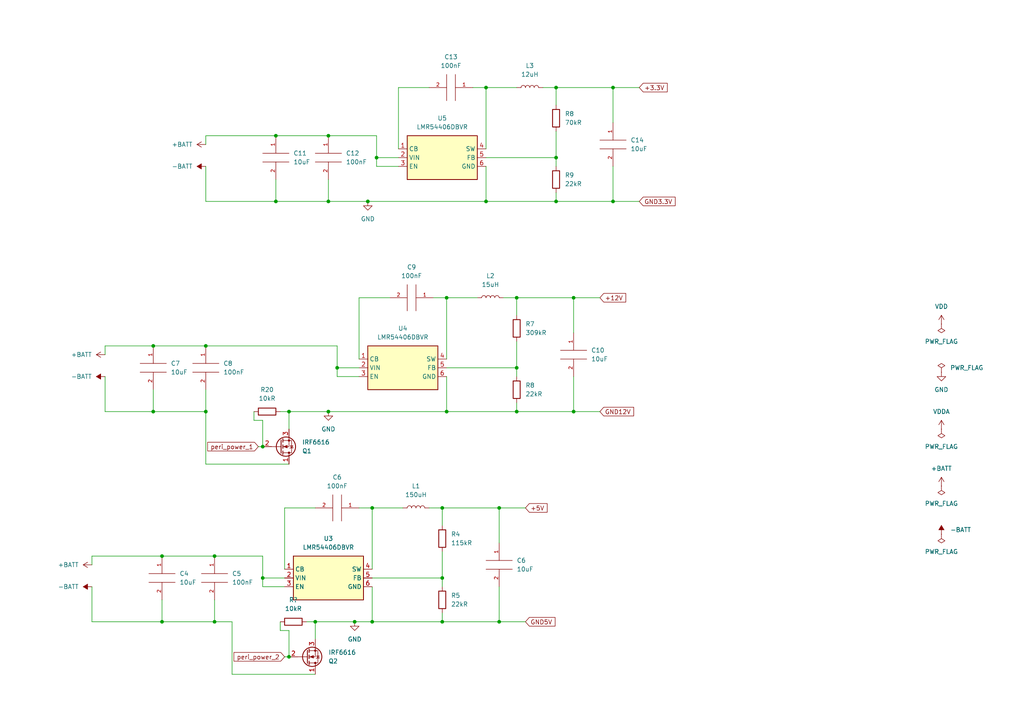
<source format=kicad_sch>
(kicad_sch (version 20211123) (generator eeschema)

  (uuid b08ef5d6-c185-49cf-92b2-80588675a8e5)

  (paper "A4")

  (lib_symbols
    (symbol "Device:L" (pin_numbers hide) (pin_names (offset 1.016) hide) (in_bom yes) (on_board yes)
      (property "Reference" "L" (id 0) (at -1.27 0 90)
        (effects (font (size 1.27 1.27)))
      )
      (property "Value" "L" (id 1) (at 1.905 0 90)
        (effects (font (size 1.27 1.27)))
      )
      (property "Footprint" "" (id 2) (at 0 0 0)
        (effects (font (size 1.27 1.27)) hide)
      )
      (property "Datasheet" "~" (id 3) (at 0 0 0)
        (effects (font (size 1.27 1.27)) hide)
      )
      (property "ki_keywords" "inductor choke coil reactor magnetic" (id 4) (at 0 0 0)
        (effects (font (size 1.27 1.27)) hide)
      )
      (property "ki_description" "Inductor" (id 5) (at 0 0 0)
        (effects (font (size 1.27 1.27)) hide)
      )
      (property "ki_fp_filters" "Choke_* *Coil* Inductor_* L_*" (id 6) (at 0 0 0)
        (effects (font (size 1.27 1.27)) hide)
      )
      (symbol "L_0_1"
        (arc (start 0 -2.54) (mid 0.635 -1.905) (end 0 -1.27)
          (stroke (width 0) (type default) (color 0 0 0 0))
          (fill (type none))
        )
        (arc (start 0 -1.27) (mid 0.635 -0.635) (end 0 0)
          (stroke (width 0) (type default) (color 0 0 0 0))
          (fill (type none))
        )
        (arc (start 0 0) (mid 0.635 0.635) (end 0 1.27)
          (stroke (width 0) (type default) (color 0 0 0 0))
          (fill (type none))
        )
        (arc (start 0 1.27) (mid 0.635 1.905) (end 0 2.54)
          (stroke (width 0) (type default) (color 0 0 0 0))
          (fill (type none))
        )
      )
      (symbol "L_1_1"
        (pin passive line (at 0 3.81 270) (length 1.27)
          (name "1" (effects (font (size 1.27 1.27))))
          (number "1" (effects (font (size 1.27 1.27))))
        )
        (pin passive line (at 0 -3.81 90) (length 1.27)
          (name "2" (effects (font (size 1.27 1.27))))
          (number "2" (effects (font (size 1.27 1.27))))
        )
      )
    )
    (symbol "Device:R" (pin_numbers hide) (pin_names (offset 0)) (in_bom yes) (on_board yes)
      (property "Reference" "R" (id 0) (at 2.032 0 90)
        (effects (font (size 1.27 1.27)))
      )
      (property "Value" "R" (id 1) (at 0 0 90)
        (effects (font (size 1.27 1.27)))
      )
      (property "Footprint" "" (id 2) (at -1.778 0 90)
        (effects (font (size 1.27 1.27)) hide)
      )
      (property "Datasheet" "~" (id 3) (at 0 0 0)
        (effects (font (size 1.27 1.27)) hide)
      )
      (property "ki_keywords" "R res resistor" (id 4) (at 0 0 0)
        (effects (font (size 1.27 1.27)) hide)
      )
      (property "ki_description" "Resistor" (id 5) (at 0 0 0)
        (effects (font (size 1.27 1.27)) hide)
      )
      (property "ki_fp_filters" "R_*" (id 6) (at 0 0 0)
        (effects (font (size 1.27 1.27)) hide)
      )
      (symbol "R_0_1"
        (rectangle (start -1.016 -2.54) (end 1.016 2.54)
          (stroke (width 0.254) (type default) (color 0 0 0 0))
          (fill (type none))
        )
      )
      (symbol "R_1_1"
        (pin passive line (at 0 3.81 270) (length 1.27)
          (name "~" (effects (font (size 1.27 1.27))))
          (number "1" (effects (font (size 1.27 1.27))))
        )
        (pin passive line (at 0 -3.81 90) (length 1.27)
          (name "~" (effects (font (size 1.27 1.27))))
          (number "2" (effects (font (size 1.27 1.27))))
        )
      )
    )
    (symbol "Regulator_Switching:LM5181NGUR" (in_bom yes) (on_board yes)
      (property "Reference" "U3" (id 0) (at 0 20.32 0)
        (effects (font (size 1.27 1.27)))
      )
      (property "Value" "LMR54406DBVR" (id 1) (at 0 17.78 0)
        (effects (font (size 1.27 1.27)))
      )
      (property "Footprint" "" (id 2) (at 17.78 16.51 0)
        (effects (font (size 1.27 1.27)) (justify left) hide)
      )
      (property "Datasheet" "https://www.ti.com/lit/ds/symlink/lmr54406.pdf?ts=1673853181180" (id 3) (at 50.8 -11.43 0)
        (effects (font (size 1.27 1.27)) hide)
      )
      (property "ki_keywords" "Buck Boost step-up step-down" (id 4) (at 0 0 0)
        (effects (font (size 1.27 1.27)) hide)
      )
      (property "ki_description" "Wide Voltage Range Buck-Boost Controller," (id 5) (at 0 0 0)
        (effects (font (size 1.27 1.27)) hide)
      )
      (property "ki_fp_filters" "Texas*PWP0020A*" (id 6) (at 0 0 0)
        (effects (font (size 1.27 1.27)) hide)
      )
      (symbol "LM5181NGUR_0_1"
        (rectangle (start -10.16 15.24) (end 10.16 2.54)
          (stroke (width 0.254) (type default) (color 0 0 0 0))
          (fill (type background))
        )
      )
      (symbol "LM5181NGUR_1_1"
        (pin power_in line (at -12.7 11.43 0) (length 2.54)
          (name "CB" (effects (font (size 1.27 1.27))))
          (number "1" (effects (font (size 1.27 1.27))))
        )
        (pin power_in line (at -12.7 8.89 0) (length 2.54)
          (name "VIN" (effects (font (size 1.27 1.27))))
          (number "2" (effects (font (size 1.27 1.27))))
        )
        (pin input line (at -12.7 6.35 0) (length 2.54)
          (name "EN" (effects (font (size 1.27 1.27))))
          (number "3" (effects (font (size 1.27 1.27))))
        )
        (pin power_in line (at 12.7 11.43 180) (length 2.54)
          (name "SW" (effects (font (size 1.27 1.27))))
          (number "4" (effects (font (size 1.27 1.27))))
        )
        (pin input line (at 12.7 8.89 180) (length 2.54)
          (name "FB" (effects (font (size 1.27 1.27))))
          (number "5" (effects (font (size 1.27 1.27))))
        )
        (pin power_out line (at 12.7 6.35 180) (length 2.54)
          (name "GND" (effects (font (size 1.27 1.27))))
          (number "6" (effects (font (size 1.27 1.27))))
        )
      )
    )
    (symbol "Transistor_FET:IRF6616" (pin_names hide) (in_bom yes) (on_board yes)
      (property "Reference" "Q" (id 0) (at 5.08 1.905 0)
        (effects (font (size 1.27 1.27)) (justify left))
      )
      (property "Value" "IRF6616" (id 1) (at 5.08 0 0)
        (effects (font (size 1.27 1.27)) (justify left))
      )
      (property "Footprint" "Package_DirectFET:DirectFET_MX" (id 2) (at 0 0 0)
        (effects (font (size 1.27 1.27) italic) hide)
      )
      (property "Datasheet" "https://www.infineon.com/dgdl/irf6616pbf.pdf?fileId=5546d462533600a4015355e843461a13" (id 3) (at 0 0 0)
        (effects (font (size 1.27 1.27)) (justify left) hide)
      )
      (property "ki_keywords" "N-Channel MOSFET" (id 4) (at 0 0 0)
        (effects (font (size 1.27 1.27)) hide)
      )
      (property "ki_description" "19A Id, 40V Vds, 5mOhm Rds, N-Channel MOSFET, DirectFET MX" (id 5) (at 0 0 0)
        (effects (font (size 1.27 1.27)) hide)
      )
      (property "ki_fp_filters" "DirectFET*MX*" (id 6) (at 0 0 0)
        (effects (font (size 1.27 1.27)) hide)
      )
      (symbol "IRF6616_0_1"
        (polyline
          (pts
            (xy 0.254 0)
            (xy -2.54 0)
          )
          (stroke (width 0) (type default) (color 0 0 0 0))
          (fill (type none))
        )
        (polyline
          (pts
            (xy 0.254 1.905)
            (xy 0.254 -1.905)
          )
          (stroke (width 0.254) (type default) (color 0 0 0 0))
          (fill (type none))
        )
        (polyline
          (pts
            (xy 0.762 -1.27)
            (xy 0.762 -2.286)
          )
          (stroke (width 0.254) (type default) (color 0 0 0 0))
          (fill (type none))
        )
        (polyline
          (pts
            (xy 0.762 0.508)
            (xy 0.762 -0.508)
          )
          (stroke (width 0.254) (type default) (color 0 0 0 0))
          (fill (type none))
        )
        (polyline
          (pts
            (xy 0.762 2.286)
            (xy 0.762 1.27)
          )
          (stroke (width 0.254) (type default) (color 0 0 0 0))
          (fill (type none))
        )
        (polyline
          (pts
            (xy 2.54 2.54)
            (xy 2.54 1.778)
          )
          (stroke (width 0) (type default) (color 0 0 0 0))
          (fill (type none))
        )
        (polyline
          (pts
            (xy 2.54 -2.54)
            (xy 2.54 0)
            (xy 0.762 0)
          )
          (stroke (width 0) (type default) (color 0 0 0 0))
          (fill (type none))
        )
        (polyline
          (pts
            (xy 0.762 -1.778)
            (xy 3.302 -1.778)
            (xy 3.302 1.778)
            (xy 0.762 1.778)
          )
          (stroke (width 0) (type default) (color 0 0 0 0))
          (fill (type none))
        )
        (polyline
          (pts
            (xy 1.016 0)
            (xy 2.032 0.381)
            (xy 2.032 -0.381)
            (xy 1.016 0)
          )
          (stroke (width 0) (type default) (color 0 0 0 0))
          (fill (type outline))
        )
        (polyline
          (pts
            (xy 2.794 0.508)
            (xy 2.921 0.381)
            (xy 3.683 0.381)
            (xy 3.81 0.254)
          )
          (stroke (width 0) (type default) (color 0 0 0 0))
          (fill (type none))
        )
        (polyline
          (pts
            (xy 3.302 0.381)
            (xy 2.921 -0.254)
            (xy 3.683 -0.254)
            (xy 3.302 0.381)
          )
          (stroke (width 0) (type default) (color 0 0 0 0))
          (fill (type none))
        )
        (circle (center 1.651 0) (radius 2.794)
          (stroke (width 0.254) (type default) (color 0 0 0 0))
          (fill (type none))
        )
        (circle (center 2.54 -1.778) (radius 0.254)
          (stroke (width 0) (type default) (color 0 0 0 0))
          (fill (type outline))
        )
        (circle (center 2.54 1.778) (radius 0.254)
          (stroke (width 0) (type default) (color 0 0 0 0))
          (fill (type outline))
        )
      )
      (symbol "IRF6616_1_1"
        (pin passive line (at 2.54 5.08 270) (length 2.54)
          (name "D" (effects (font (size 1.27 1.27))))
          (number "1" (effects (font (size 1.27 1.27))))
        )
        (pin input line (at -5.08 0 0) (length 2.54)
          (name "G" (effects (font (size 1.27 1.27))))
          (number "2" (effects (font (size 1.27 1.27))))
        )
        (pin passive line (at 2.54 -5.08 90) (length 2.54)
          (name "S" (effects (font (size 1.27 1.27))))
          (number "3" (effects (font (size 1.27 1.27))))
        )
      )
    )
    (symbol "power:+BATT" (power) (pin_names (offset 0)) (in_bom yes) (on_board yes)
      (property "Reference" "#PWR" (id 0) (at 0 -3.81 0)
        (effects (font (size 1.27 1.27)) hide)
      )
      (property "Value" "+BATT" (id 1) (at 0 3.556 0)
        (effects (font (size 1.27 1.27)))
      )
      (property "Footprint" "" (id 2) (at 0 0 0)
        (effects (font (size 1.27 1.27)) hide)
      )
      (property "Datasheet" "" (id 3) (at 0 0 0)
        (effects (font (size 1.27 1.27)) hide)
      )
      (property "ki_keywords" "power-flag battery" (id 4) (at 0 0 0)
        (effects (font (size 1.27 1.27)) hide)
      )
      (property "ki_description" "Power symbol creates a global label with name \"+BATT\"" (id 5) (at 0 0 0)
        (effects (font (size 1.27 1.27)) hide)
      )
      (symbol "+BATT_0_1"
        (polyline
          (pts
            (xy -0.762 1.27)
            (xy 0 2.54)
          )
          (stroke (width 0) (type default) (color 0 0 0 0))
          (fill (type none))
        )
        (polyline
          (pts
            (xy 0 0)
            (xy 0 2.54)
          )
          (stroke (width 0) (type default) (color 0 0 0 0))
          (fill (type none))
        )
        (polyline
          (pts
            (xy 0 2.54)
            (xy 0.762 1.27)
          )
          (stroke (width 0) (type default) (color 0 0 0 0))
          (fill (type none))
        )
      )
      (symbol "+BATT_1_1"
        (pin power_in line (at 0 0 90) (length 0) hide
          (name "+BATT" (effects (font (size 1.27 1.27))))
          (number "1" (effects (font (size 1.27 1.27))))
        )
      )
    )
    (symbol "power:-BATT" (power) (pin_names (offset 0)) (in_bom yes) (on_board yes)
      (property "Reference" "#PWR" (id 0) (at 0 -3.81 0)
        (effects (font (size 1.27 1.27)) hide)
      )
      (property "Value" "-BATT" (id 1) (at 0 3.556 0)
        (effects (font (size 1.27 1.27)))
      )
      (property "Footprint" "" (id 2) (at 0 0 0)
        (effects (font (size 1.27 1.27)) hide)
      )
      (property "Datasheet" "" (id 3) (at 0 0 0)
        (effects (font (size 1.27 1.27)) hide)
      )
      (property "ki_keywords" "power-flag battery" (id 4) (at 0 0 0)
        (effects (font (size 1.27 1.27)) hide)
      )
      (property "ki_description" "Power symbol creates a global label with name \"-BATT\"" (id 5) (at 0 0 0)
        (effects (font (size 1.27 1.27)) hide)
      )
      (symbol "-BATT_0_1"
        (polyline
          (pts
            (xy 0 0)
            (xy 0 2.54)
          )
          (stroke (width 0) (type default) (color 0 0 0 0))
          (fill (type none))
        )
        (polyline
          (pts
            (xy 0.762 1.27)
            (xy -0.762 1.27)
            (xy 0 2.54)
            (xy 0.762 1.27)
          )
          (stroke (width 0) (type default) (color 0 0 0 0))
          (fill (type outline))
        )
      )
      (symbol "-BATT_1_1"
        (pin power_in line (at 0 0 90) (length 0) hide
          (name "-BATT" (effects (font (size 1.27 1.27))))
          (number "1" (effects (font (size 1.27 1.27))))
        )
      )
    )
    (symbol "power:GND" (power) (pin_names (offset 0)) (in_bom yes) (on_board yes)
      (property "Reference" "#PWR" (id 0) (at 0 -6.35 0)
        (effects (font (size 1.27 1.27)) hide)
      )
      (property "Value" "GND" (id 1) (at 0 -3.81 0)
        (effects (font (size 1.27 1.27)))
      )
      (property "Footprint" "" (id 2) (at 0 0 0)
        (effects (font (size 1.27 1.27)) hide)
      )
      (property "Datasheet" "" (id 3) (at 0 0 0)
        (effects (font (size 1.27 1.27)) hide)
      )
      (property "ki_keywords" "power-flag" (id 4) (at 0 0 0)
        (effects (font (size 1.27 1.27)) hide)
      )
      (property "ki_description" "Power symbol creates a global label with name \"GND\" , ground" (id 5) (at 0 0 0)
        (effects (font (size 1.27 1.27)) hide)
      )
      (symbol "GND_0_1"
        (polyline
          (pts
            (xy 0 0)
            (xy 0 -1.27)
            (xy 1.27 -1.27)
            (xy 0 -2.54)
            (xy -1.27 -1.27)
            (xy 0 -1.27)
          )
          (stroke (width 0) (type default) (color 0 0 0 0))
          (fill (type none))
        )
      )
      (symbol "GND_1_1"
        (pin power_in line (at 0 0 270) (length 0) hide
          (name "GND" (effects (font (size 1.27 1.27))))
          (number "1" (effects (font (size 1.27 1.27))))
        )
      )
    )
    (symbol "power:PWR_FLAG" (power) (pin_numbers hide) (pin_names (offset 0) hide) (in_bom yes) (on_board yes)
      (property "Reference" "#FLG" (id 0) (at 0 1.905 0)
        (effects (font (size 1.27 1.27)) hide)
      )
      (property "Value" "PWR_FLAG" (id 1) (at 0 3.81 0)
        (effects (font (size 1.27 1.27)))
      )
      (property "Footprint" "" (id 2) (at 0 0 0)
        (effects (font (size 1.27 1.27)) hide)
      )
      (property "Datasheet" "~" (id 3) (at 0 0 0)
        (effects (font (size 1.27 1.27)) hide)
      )
      (property "ki_keywords" "power-flag" (id 4) (at 0 0 0)
        (effects (font (size 1.27 1.27)) hide)
      )
      (property "ki_description" "Special symbol for telling ERC where power comes from" (id 5) (at 0 0 0)
        (effects (font (size 1.27 1.27)) hide)
      )
      (symbol "PWR_FLAG_0_0"
        (pin power_out line (at 0 0 90) (length 0)
          (name "pwr" (effects (font (size 1.27 1.27))))
          (number "1" (effects (font (size 1.27 1.27))))
        )
      )
      (symbol "PWR_FLAG_0_1"
        (polyline
          (pts
            (xy 0 0)
            (xy 0 1.27)
            (xy -1.016 1.905)
            (xy 0 2.54)
            (xy 1.016 1.905)
            (xy 0 1.27)
          )
          (stroke (width 0) (type default) (color 0 0 0 0))
          (fill (type none))
        )
      )
    )
    (symbol "power:VDD" (power) (pin_names (offset 0)) (in_bom yes) (on_board yes)
      (property "Reference" "#PWR" (id 0) (at 0 -3.81 0)
        (effects (font (size 1.27 1.27)) hide)
      )
      (property "Value" "VDD" (id 1) (at 0 3.81 0)
        (effects (font (size 1.27 1.27)))
      )
      (property "Footprint" "" (id 2) (at 0 0 0)
        (effects (font (size 1.27 1.27)) hide)
      )
      (property "Datasheet" "" (id 3) (at 0 0 0)
        (effects (font (size 1.27 1.27)) hide)
      )
      (property "ki_keywords" "power-flag" (id 4) (at 0 0 0)
        (effects (font (size 1.27 1.27)) hide)
      )
      (property "ki_description" "Power symbol creates a global label with name \"VDD\"" (id 5) (at 0 0 0)
        (effects (font (size 1.27 1.27)) hide)
      )
      (symbol "VDD_0_1"
        (polyline
          (pts
            (xy -0.762 1.27)
            (xy 0 2.54)
          )
          (stroke (width 0) (type default) (color 0 0 0 0))
          (fill (type none))
        )
        (polyline
          (pts
            (xy 0 0)
            (xy 0 2.54)
          )
          (stroke (width 0) (type default) (color 0 0 0 0))
          (fill (type none))
        )
        (polyline
          (pts
            (xy 0 2.54)
            (xy 0.762 1.27)
          )
          (stroke (width 0) (type default) (color 0 0 0 0))
          (fill (type none))
        )
      )
      (symbol "VDD_1_1"
        (pin power_in line (at 0 0 90) (length 0) hide
          (name "VDD" (effects (font (size 1.27 1.27))))
          (number "1" (effects (font (size 1.27 1.27))))
        )
      )
    )
    (symbol "power:VDDA" (power) (pin_names (offset 0)) (in_bom yes) (on_board yes)
      (property "Reference" "#PWR" (id 0) (at 0 -3.81 0)
        (effects (font (size 1.27 1.27)) hide)
      )
      (property "Value" "VDDA" (id 1) (at 0 3.81 0)
        (effects (font (size 1.27 1.27)))
      )
      (property "Footprint" "" (id 2) (at 0 0 0)
        (effects (font (size 1.27 1.27)) hide)
      )
      (property "Datasheet" "" (id 3) (at 0 0 0)
        (effects (font (size 1.27 1.27)) hide)
      )
      (property "ki_keywords" "power-flag" (id 4) (at 0 0 0)
        (effects (font (size 1.27 1.27)) hide)
      )
      (property "ki_description" "Power symbol creates a global label with name \"VDDA\"" (id 5) (at 0 0 0)
        (effects (font (size 1.27 1.27)) hide)
      )
      (symbol "VDDA_0_1"
        (polyline
          (pts
            (xy -0.762 1.27)
            (xy 0 2.54)
          )
          (stroke (width 0) (type default) (color 0 0 0 0))
          (fill (type none))
        )
        (polyline
          (pts
            (xy 0 0)
            (xy 0 2.54)
          )
          (stroke (width 0) (type default) (color 0 0 0 0))
          (fill (type none))
        )
        (polyline
          (pts
            (xy 0 2.54)
            (xy 0.762 1.27)
          )
          (stroke (width 0) (type default) (color 0 0 0 0))
          (fill (type none))
        )
      )
      (symbol "VDDA_1_1"
        (pin power_in line (at 0 0 90) (length 0) hide
          (name "VDDA" (effects (font (size 1.27 1.27))))
          (number "1" (effects (font (size 1.27 1.27))))
        )
      )
    )
    (symbol "pspice:C" (pin_names (offset 0.254)) (in_bom yes) (on_board yes)
      (property "Reference" "C" (id 0) (at 2.54 3.81 90)
        (effects (font (size 1.27 1.27)))
      )
      (property "Value" "C" (id 1) (at 2.54 -3.81 90)
        (effects (font (size 1.27 1.27)))
      )
      (property "Footprint" "" (id 2) (at 0 0 0)
        (effects (font (size 1.27 1.27)) hide)
      )
      (property "Datasheet" "~" (id 3) (at 0 0 0)
        (effects (font (size 1.27 1.27)) hide)
      )
      (property "ki_keywords" "simulation" (id 4) (at 0 0 0)
        (effects (font (size 1.27 1.27)) hide)
      )
      (property "ki_description" "Capacitor symbol for simulation only" (id 5) (at 0 0 0)
        (effects (font (size 1.27 1.27)) hide)
      )
      (symbol "C_0_1"
        (polyline
          (pts
            (xy -3.81 -1.27)
            (xy 3.81 -1.27)
          )
          (stroke (width 0) (type default) (color 0 0 0 0))
          (fill (type none))
        )
        (polyline
          (pts
            (xy -3.81 1.27)
            (xy 3.81 1.27)
          )
          (stroke (width 0) (type default) (color 0 0 0 0))
          (fill (type none))
        )
      )
      (symbol "C_1_1"
        (pin passive line (at 0 6.35 270) (length 5.08)
          (name "~" (effects (font (size 1.016 1.016))))
          (number "1" (effects (font (size 1.016 1.016))))
        )
        (pin passive line (at 0 -6.35 90) (length 5.08)
          (name "~" (effects (font (size 1.016 1.016))))
          (number "2" (effects (font (size 1.016 1.016))))
        )
      )
    )
  )

  (junction (at 80.01 58.42) (diameter 0) (color 0 0 0 0)
    (uuid 03660d11-6ed2-4d27-b95d-08f34c9e8c1e)
  )
  (junction (at 177.8 58.42) (diameter 0) (color 0 0 0 0)
    (uuid 10456653-47f7-4716-ac21-afc5dc723383)
  )
  (junction (at 59.69 119.38) (diameter 0) (color 0 0 0 0)
    (uuid 10730415-f3f6-4e1d-b3d2-71857c6ee5e4)
  )
  (junction (at 95.25 58.42) (diameter 0) (color 0 0 0 0)
    (uuid 142cef5d-92bd-4cbd-bf81-dbc9d421b2f3)
  )
  (junction (at 128.27 147.32) (diameter 0) (color 0 0 0 0)
    (uuid 15c9cc0b-a5e6-4aa0-b0d4-6828a55f4a24)
  )
  (junction (at 80.01 39.37) (diameter 0) (color 0 0 0 0)
    (uuid 1b08d040-277a-4eb8-8afc-6587d56bf8b5)
  )
  (junction (at 177.8 25.4) (diameter 0) (color 0 0 0 0)
    (uuid 243edf94-8a7b-4d39-a4c3-31afbf94bf8f)
  )
  (junction (at 46.99 161.29) (diameter 0) (color 0 0 0 0)
    (uuid 30a51701-dc05-4b29-b7dd-9aec31d16be9)
  )
  (junction (at 128.27 167.64) (diameter 0) (color 0 0 0 0)
    (uuid 40138dcb-72a7-4a5c-a0a7-d9c58a2126e4)
  )
  (junction (at 91.44 180.34) (diameter 0) (color 0 0 0 0)
    (uuid 4ed9ccca-7ae1-4838-9567-f1653404f028)
  )
  (junction (at 76.2 167.64) (diameter 0) (color 0 0 0 0)
    (uuid 56f4dc8c-bd37-451c-bebb-8de0a8cf051b)
  )
  (junction (at 107.95 180.34) (diameter 0) (color 0 0 0 0)
    (uuid 58e9e98f-822e-4725-bd10-1745ed674b47)
  )
  (junction (at 161.29 58.42) (diameter 0) (color 0 0 0 0)
    (uuid 5a2df53b-1268-4876-ac61-e2f1a79c7818)
  )
  (junction (at 95.25 39.37) (diameter 0) (color 0 0 0 0)
    (uuid 5d2c7892-fb7f-497f-8e64-eb77cd4e41c7)
  )
  (junction (at 97.79 106.68) (diameter 0) (color 0 0 0 0)
    (uuid 68906108-c75f-4e58-a3ae-f331945bf17f)
  )
  (junction (at 166.37 86.36) (diameter 0) (color 0 0 0 0)
    (uuid 6b6d75e4-b2f9-46fb-9f55-eca0ec390e96)
  )
  (junction (at 102.87 180.34) (diameter 0) (color 0 0 0 0)
    (uuid 6bd5dd36-6b85-4d5d-a46c-04cbc170d760)
  )
  (junction (at 149.86 119.38) (diameter 0) (color 0 0 0 0)
    (uuid 7294dc86-9a31-410c-8430-c2a0fcd87398)
  )
  (junction (at 129.54 119.38) (diameter 0) (color 0 0 0 0)
    (uuid 7b6424cf-7137-4303-b1d6-caf8f8817b79)
  )
  (junction (at 161.29 25.4) (diameter 0) (color 0 0 0 0)
    (uuid 7e9af518-8df2-4ed7-b486-3e9579a34546)
  )
  (junction (at 129.54 86.36) (diameter 0) (color 0 0 0 0)
    (uuid 8822b073-7ff6-4648-9468-d81af9cbf201)
  )
  (junction (at 149.86 106.68) (diameter 0) (color 0 0 0 0)
    (uuid 8e243a2b-2342-4120-8289-2ab88596151a)
  )
  (junction (at 44.45 100.33) (diameter 0) (color 0 0 0 0)
    (uuid 9236a329-6a57-4fad-a985-dee121debab2)
  )
  (junction (at 140.97 58.42) (diameter 0) (color 0 0 0 0)
    (uuid a9db6c28-a920-4c89-869d-3d6edfd6df19)
  )
  (junction (at 107.95 147.32) (diameter 0) (color 0 0 0 0)
    (uuid aad7d0b1-726e-485f-9d3a-a3180dd868ef)
  )
  (junction (at 59.69 100.33) (diameter 0) (color 0 0 0 0)
    (uuid ae9fa63e-d507-4423-add6-1f20eced6bbb)
  )
  (junction (at 62.23 180.34) (diameter 0) (color 0 0 0 0)
    (uuid b356a503-9e5e-48d8-af3f-8c96c8d268d6)
  )
  (junction (at 144.78 180.34) (diameter 0) (color 0 0 0 0)
    (uuid b7c59a79-f3bd-4436-b877-0b33e5bcf35e)
  )
  (junction (at 144.78 147.32) (diameter 0) (color 0 0 0 0)
    (uuid b9377f87-c16d-4019-b98b-472ee192d0bd)
  )
  (junction (at 149.86 86.36) (diameter 0) (color 0 0 0 0)
    (uuid ba7488f3-0260-4f82-b870-1eee5ecb9ced)
  )
  (junction (at 83.82 190.5) (diameter 0) (color 0 0 0 0)
    (uuid bd135f7b-8bea-4174-9c9f-14611b65f3cc)
  )
  (junction (at 140.97 25.4) (diameter 0) (color 0 0 0 0)
    (uuid bec758ad-2d1d-4447-b808-16e99321bb02)
  )
  (junction (at 46.99 180.34) (diameter 0) (color 0 0 0 0)
    (uuid caa7025d-cba7-4cca-a3f6-4e5da1af943f)
  )
  (junction (at 128.27 180.34) (diameter 0) (color 0 0 0 0)
    (uuid d1864af6-b7a7-4acb-aee4-12d5ba067d62)
  )
  (junction (at 106.68 58.42) (diameter 0) (color 0 0 0 0)
    (uuid d600821e-6ee4-41da-bbcf-a5d4a6a7fc50)
  )
  (junction (at 83.82 119.38) (diameter 0) (color 0 0 0 0)
    (uuid dd98fe59-38d9-4538-9442-ef4885ab0d31)
  )
  (junction (at 161.29 45.72) (diameter 0) (color 0 0 0 0)
    (uuid dfb35508-fc4b-4e0d-b2d4-1c874a8b5600)
  )
  (junction (at 76.2 129.54) (diameter 0) (color 0 0 0 0)
    (uuid e11fe872-d72d-4dc7-a7c4-e16a6ae236e8)
  )
  (junction (at 109.22 45.72) (diameter 0) (color 0 0 0 0)
    (uuid e8682d99-e1a7-484c-ab7d-51abe3358abe)
  )
  (junction (at 44.45 119.38) (diameter 0) (color 0 0 0 0)
    (uuid e9a78bd2-0e15-4c96-8381-674943ffe108)
  )
  (junction (at 166.37 119.38) (diameter 0) (color 0 0 0 0)
    (uuid eb99f282-3e19-454b-b75f-5dce453663d2)
  )
  (junction (at 95.25 119.38) (diameter 0) (color 0 0 0 0)
    (uuid f5c49cc0-0c25-4361-a229-e3bc89087733)
  )
  (junction (at 62.23 161.29) (diameter 0) (color 0 0 0 0)
    (uuid feaf86a1-5f3b-4ba3-97f0-f4cf3c848453)
  )

  (wire (pts (xy 97.79 100.33) (xy 97.79 106.68))
    (stroke (width 0) (type default) (color 0 0 0 0))
    (uuid 019fe299-fddf-43db-85d4-eb4f81baa5e8)
  )
  (wire (pts (xy 81.28 119.38) (xy 83.82 119.38))
    (stroke (width 0) (type default) (color 0 0 0 0))
    (uuid 05eb0737-4405-4454-a9cc-14c642e6fae3)
  )
  (wire (pts (xy 128.27 147.32) (xy 124.46 147.32))
    (stroke (width 0) (type default) (color 0 0 0 0))
    (uuid 0bf343d2-f4ae-4658-95e2-edb8cae7ae1d)
  )
  (wire (pts (xy 46.99 161.29) (xy 62.23 161.29))
    (stroke (width 0) (type default) (color 0 0 0 0))
    (uuid 0d9f5e39-fb4a-424c-a55d-68503a17836d)
  )
  (wire (pts (xy 26.67 163.83) (xy 26.67 161.29))
    (stroke (width 0) (type default) (color 0 0 0 0))
    (uuid 0e1c7feb-96e0-4f68-a211-5fe9b2017d21)
  )
  (wire (pts (xy 129.54 106.68) (xy 149.86 106.68))
    (stroke (width 0) (type default) (color 0 0 0 0))
    (uuid 113d3bb4-d95f-4423-a0f1-3fd341b48d75)
  )
  (wire (pts (xy 30.48 119.38) (xy 44.45 119.38))
    (stroke (width 0) (type default) (color 0 0 0 0))
    (uuid 11a2a2bd-bddb-4127-8d4d-ad4624a21aa9)
  )
  (wire (pts (xy 144.78 170.18) (xy 144.78 180.34))
    (stroke (width 0) (type default) (color 0 0 0 0))
    (uuid 11bd8b2c-ad01-4ae3-991e-53298ce2826a)
  )
  (wire (pts (xy 149.86 119.38) (xy 129.54 119.38))
    (stroke (width 0) (type default) (color 0 0 0 0))
    (uuid 15c725b4-025e-4341-b17e-e273f950835d)
  )
  (wire (pts (xy 109.22 39.37) (xy 109.22 45.72))
    (stroke (width 0) (type default) (color 0 0 0 0))
    (uuid 1613357a-da00-44be-82bf-51507e569435)
  )
  (wire (pts (xy 129.54 86.36) (xy 129.54 104.14))
    (stroke (width 0) (type default) (color 0 0 0 0))
    (uuid 1827c735-4206-49be-9b22-7f56865cb7d0)
  )
  (wire (pts (xy 161.29 55.88) (xy 161.29 58.42))
    (stroke (width 0) (type default) (color 0 0 0 0))
    (uuid 19df042a-6c9d-4645-89a0-732905188349)
  )
  (wire (pts (xy 62.23 180.34) (xy 62.23 173.99))
    (stroke (width 0) (type default) (color 0 0 0 0))
    (uuid 19eebd83-d28c-46eb-b233-a1d03d61abd4)
  )
  (wire (pts (xy 144.78 147.32) (xy 128.27 147.32))
    (stroke (width 0) (type default) (color 0 0 0 0))
    (uuid 1b6be6ec-689d-48ce-b945-b1308873b126)
  )
  (wire (pts (xy 129.54 119.38) (xy 95.25 119.38))
    (stroke (width 0) (type default) (color 0 0 0 0))
    (uuid 1d456872-8662-4d8f-badd-00b6d53f4982)
  )
  (wire (pts (xy 149.86 86.36) (xy 146.05 86.36))
    (stroke (width 0) (type default) (color 0 0 0 0))
    (uuid 2a1fc34e-1b44-4ef9-ad62-7c60c2dc4f41)
  )
  (wire (pts (xy 80.01 58.42) (xy 80.01 52.07))
    (stroke (width 0) (type default) (color 0 0 0 0))
    (uuid 2b185d91-ac80-414b-86fb-f63537e12d31)
  )
  (wire (pts (xy 140.97 45.72) (xy 161.29 45.72))
    (stroke (width 0) (type default) (color 0 0 0 0))
    (uuid 2de45f81-46fc-4fd5-bb11-3752eccf3e73)
  )
  (wire (pts (xy 26.67 170.18) (xy 26.67 180.34))
    (stroke (width 0) (type default) (color 0 0 0 0))
    (uuid 2f3b4c97-bc1e-4285-87ca-ac15ef1389c4)
  )
  (wire (pts (xy 82.55 167.64) (xy 76.2 167.64))
    (stroke (width 0) (type default) (color 0 0 0 0))
    (uuid 308de8ea-86e6-4cbf-bff9-5b1391721992)
  )
  (wire (pts (xy 59.69 100.33) (xy 97.79 100.33))
    (stroke (width 0) (type default) (color 0 0 0 0))
    (uuid 32c8c5dc-ddfa-4046-9e2d-91a1105bb3d4)
  )
  (wire (pts (xy 166.37 86.36) (xy 149.86 86.36))
    (stroke (width 0) (type default) (color 0 0 0 0))
    (uuid 337f60b9-8844-465e-a7c2-b8af17e3e17e)
  )
  (wire (pts (xy 140.97 25.4) (xy 149.86 25.4))
    (stroke (width 0) (type default) (color 0 0 0 0))
    (uuid 33975320-335a-4c34-ba68-528e5252a5d4)
  )
  (wire (pts (xy 161.29 25.4) (xy 157.48 25.4))
    (stroke (width 0) (type default) (color 0 0 0 0))
    (uuid 3af31a76-0674-4893-8e7f-6bcd7a203586)
  )
  (wire (pts (xy 149.86 106.68) (xy 149.86 109.22))
    (stroke (width 0) (type default) (color 0 0 0 0))
    (uuid 3e5831c0-35c3-4610-9ba2-193905feb819)
  )
  (wire (pts (xy 44.45 100.33) (xy 59.69 100.33))
    (stroke (width 0) (type default) (color 0 0 0 0))
    (uuid 40be7ada-52e8-467f-b872-65d58b7bf211)
  )
  (wire (pts (xy 115.57 25.4) (xy 124.46 25.4))
    (stroke (width 0) (type default) (color 0 0 0 0))
    (uuid 40dc73a6-c96c-4cc3-9b6a-add4f5e2beaf)
  )
  (wire (pts (xy 82.55 147.32) (xy 82.55 165.1))
    (stroke (width 0) (type default) (color 0 0 0 0))
    (uuid 4339aa77-f280-4438-8f24-17213970c906)
  )
  (wire (pts (xy 166.37 109.22) (xy 166.37 119.38))
    (stroke (width 0) (type default) (color 0 0 0 0))
    (uuid 43ab87c6-80fc-43a7-970f-f9fdd83ddd46)
  )
  (wire (pts (xy 46.99 180.34) (xy 46.99 173.99))
    (stroke (width 0) (type default) (color 0 0 0 0))
    (uuid 43edd3f6-d837-4741-8148-e8494e05ae40)
  )
  (wire (pts (xy 59.69 58.42) (xy 80.01 58.42))
    (stroke (width 0) (type default) (color 0 0 0 0))
    (uuid 44ecd169-a0e7-45f4-aebf-f1eb62b4c58a)
  )
  (wire (pts (xy 59.69 134.62) (xy 83.82 134.62))
    (stroke (width 0) (type default) (color 0 0 0 0))
    (uuid 4596d4cf-5701-46e8-bbbc-dd25ef497a95)
  )
  (wire (pts (xy 59.69 41.91) (xy 59.69 39.37))
    (stroke (width 0) (type default) (color 0 0 0 0))
    (uuid 4e972bd4-f2d4-4dc1-b63d-5f1dfef7c916)
  )
  (wire (pts (xy 44.45 119.38) (xy 44.45 113.03))
    (stroke (width 0) (type default) (color 0 0 0 0))
    (uuid 524c0e19-0902-4388-b53e-e76e09fbeb9b)
  )
  (wire (pts (xy 73.66 121.92) (xy 76.2 121.92))
    (stroke (width 0) (type default) (color 0 0 0 0))
    (uuid 5426877b-8194-4c62-be30-f3e681036de6)
  )
  (wire (pts (xy 81.28 182.88) (xy 83.82 182.88))
    (stroke (width 0) (type default) (color 0 0 0 0))
    (uuid 54ca6853-078e-49ea-a431-d671ee0736fb)
  )
  (wire (pts (xy 91.44 180.34) (xy 102.87 180.34))
    (stroke (width 0) (type default) (color 0 0 0 0))
    (uuid 55b8a48e-9938-4127-a51a-eeed6501dea5)
  )
  (wire (pts (xy 59.69 39.37) (xy 80.01 39.37))
    (stroke (width 0) (type default) (color 0 0 0 0))
    (uuid 564718db-9a0a-489d-b4ba-c89af18c0371)
  )
  (wire (pts (xy 149.86 116.84) (xy 149.86 119.38))
    (stroke (width 0) (type default) (color 0 0 0 0))
    (uuid 56739a69-bb19-4039-8db6-ad3c72071cc9)
  )
  (wire (pts (xy 173.99 119.38) (xy 166.37 119.38))
    (stroke (width 0) (type default) (color 0 0 0 0))
    (uuid 56a6f4ef-411d-4134-aa4a-35dec52b9ade)
  )
  (wire (pts (xy 125.73 86.36) (xy 129.54 86.36))
    (stroke (width 0) (type default) (color 0 0 0 0))
    (uuid 5b2be080-6071-4aad-92b4-a418a7509be9)
  )
  (wire (pts (xy 129.54 86.36) (xy 138.43 86.36))
    (stroke (width 0) (type default) (color 0 0 0 0))
    (uuid 5b86ab19-1577-4104-b802-78513fe59552)
  )
  (wire (pts (xy 59.69 119.38) (xy 59.69 113.03))
    (stroke (width 0) (type default) (color 0 0 0 0))
    (uuid 60c9363a-f44e-4d6f-a75f-b3976894050e)
  )
  (wire (pts (xy 104.14 106.68) (xy 97.79 106.68))
    (stroke (width 0) (type default) (color 0 0 0 0))
    (uuid 62e73659-529d-4c2e-9bf9-6766aee9762f)
  )
  (wire (pts (xy 107.95 170.18) (xy 107.95 180.34))
    (stroke (width 0) (type default) (color 0 0 0 0))
    (uuid 63874999-df0b-48ea-996a-3d277de8ed72)
  )
  (wire (pts (xy 95.25 58.42) (xy 95.25 52.07))
    (stroke (width 0) (type default) (color 0 0 0 0))
    (uuid 66c1fbd5-501b-4e6a-bdb0-ced4db5df0bc)
  )
  (wire (pts (xy 82.55 170.18) (xy 76.2 170.18))
    (stroke (width 0) (type default) (color 0 0 0 0))
    (uuid 6abb3c57-5949-4fb4-8826-bd3b9f7437aa)
  )
  (wire (pts (xy 83.82 119.38) (xy 95.25 119.38))
    (stroke (width 0) (type default) (color 0 0 0 0))
    (uuid 6c1a6b11-a3b6-4781-97e4-24299aae94dc)
  )
  (wire (pts (xy 152.4 180.34) (xy 144.78 180.34))
    (stroke (width 0) (type default) (color 0 0 0 0))
    (uuid 6e73c788-596e-45db-baa2-db7843c29253)
  )
  (wire (pts (xy 161.29 45.72) (xy 161.29 48.26))
    (stroke (width 0) (type default) (color 0 0 0 0))
    (uuid 72868a4e-9521-4e33-9311-9d04fe50dde5)
  )
  (wire (pts (xy 59.69 119.38) (xy 59.69 134.62))
    (stroke (width 0) (type default) (color 0 0 0 0))
    (uuid 730db810-749c-4780-8c0b-5ab257f5ecbe)
  )
  (wire (pts (xy 109.22 48.26) (xy 109.22 45.72))
    (stroke (width 0) (type default) (color 0 0 0 0))
    (uuid 7bf55979-cebe-4b76-9491-008def2ded40)
  )
  (wire (pts (xy 104.14 147.32) (xy 107.95 147.32))
    (stroke (width 0) (type default) (color 0 0 0 0))
    (uuid 83de4965-9b5e-4632-b677-c35bcc17e431)
  )
  (wire (pts (xy 161.29 30.48) (xy 161.29 25.4))
    (stroke (width 0) (type default) (color 0 0 0 0))
    (uuid 844972e3-5fcd-4157-85dc-f8cf8b99976b)
  )
  (wire (pts (xy 30.48 109.22) (xy 30.48 119.38))
    (stroke (width 0) (type default) (color 0 0 0 0))
    (uuid 85b87364-6c51-483e-a4ad-528a9d6fb809)
  )
  (wire (pts (xy 82.55 190.5) (xy 83.82 190.5))
    (stroke (width 0) (type default) (color 0 0 0 0))
    (uuid 8a458647-efa8-4aa3-a3fc-792f9d0ee788)
  )
  (wire (pts (xy 185.42 58.42) (xy 177.8 58.42))
    (stroke (width 0) (type default) (color 0 0 0 0))
    (uuid 8c3fd618-970c-4ed3-b996-ca53a0a4bcfe)
  )
  (wire (pts (xy 177.8 25.4) (xy 185.42 25.4))
    (stroke (width 0) (type default) (color 0 0 0 0))
    (uuid 8c6b6594-4e85-4a2c-84cb-2275bf8fbe76)
  )
  (wire (pts (xy 80.01 58.42) (xy 95.25 58.42))
    (stroke (width 0) (type default) (color 0 0 0 0))
    (uuid 8de7a2b2-2412-4058-8fed-c611b1a3e052)
  )
  (wire (pts (xy 83.82 119.38) (xy 83.82 124.46))
    (stroke (width 0) (type default) (color 0 0 0 0))
    (uuid 8e970d28-4e04-4347-b0f7-c75fb0eaffdf)
  )
  (wire (pts (xy 166.37 96.52) (xy 166.37 86.36))
    (stroke (width 0) (type default) (color 0 0 0 0))
    (uuid 926ae67d-9cd1-41d9-bcc3-0c05c2bf2924)
  )
  (wire (pts (xy 88.9 180.34) (xy 91.44 180.34))
    (stroke (width 0) (type default) (color 0 0 0 0))
    (uuid 92cc894d-0d46-45bd-b999-bc3bcbe9b509)
  )
  (wire (pts (xy 62.23 161.29) (xy 76.2 161.29))
    (stroke (width 0) (type default) (color 0 0 0 0))
    (uuid 94570c43-0118-4b58-9332-ebfde07a8f82)
  )
  (wire (pts (xy 128.27 152.4) (xy 128.27 147.32))
    (stroke (width 0) (type default) (color 0 0 0 0))
    (uuid 949482f1-3aba-4317-abef-f9fef85a1ce2)
  )
  (wire (pts (xy 59.69 48.26) (xy 59.69 58.42))
    (stroke (width 0) (type default) (color 0 0 0 0))
    (uuid 96ab2e3a-1467-4feb-9eaf-87b9015530ba)
  )
  (wire (pts (xy 128.27 160.02) (xy 128.27 167.64))
    (stroke (width 0) (type default) (color 0 0 0 0))
    (uuid 96b2d95c-2fda-4072-b15b-1969ad645928)
  )
  (wire (pts (xy 115.57 48.26) (xy 109.22 48.26))
    (stroke (width 0) (type default) (color 0 0 0 0))
    (uuid 9b17f073-0dc0-4792-b691-f6f121bc8b7d)
  )
  (wire (pts (xy 149.86 91.44) (xy 149.86 86.36))
    (stroke (width 0) (type default) (color 0 0 0 0))
    (uuid 9b1841ce-b457-4950-8f60-3c5a59462cf4)
  )
  (wire (pts (xy 140.97 58.42) (xy 106.68 58.42))
    (stroke (width 0) (type default) (color 0 0 0 0))
    (uuid 9baaf426-9d36-4bc3-ad49-52c44216949b)
  )
  (wire (pts (xy 177.8 48.26) (xy 177.8 58.42))
    (stroke (width 0) (type default) (color 0 0 0 0))
    (uuid 9c209439-92b1-43c5-b32a-078c58bb7434)
  )
  (wire (pts (xy 144.78 180.34) (xy 128.27 180.34))
    (stroke (width 0) (type default) (color 0 0 0 0))
    (uuid 9d97eb6f-525e-4cf3-894b-7fe90497b03a)
  )
  (wire (pts (xy 115.57 45.72) (xy 109.22 45.72))
    (stroke (width 0) (type default) (color 0 0 0 0))
    (uuid 9e0346f6-11ec-4e21-80ea-d078b1324f27)
  )
  (wire (pts (xy 30.48 102.87) (xy 30.48 100.33))
    (stroke (width 0) (type default) (color 0 0 0 0))
    (uuid 9e99a1c4-35f7-4984-8000-9cadefc5fb89)
  )
  (wire (pts (xy 177.8 35.56) (xy 177.8 25.4))
    (stroke (width 0) (type default) (color 0 0 0 0))
    (uuid 9f8752fc-27e3-4d61-bfda-b8c1416e1838)
  )
  (wire (pts (xy 83.82 182.88) (xy 83.82 190.5))
    (stroke (width 0) (type default) (color 0 0 0 0))
    (uuid a1b7287e-302f-41bb-bae0-d741335b73ff)
  )
  (wire (pts (xy 149.86 99.06) (xy 149.86 106.68))
    (stroke (width 0) (type default) (color 0 0 0 0))
    (uuid a2d87e11-17cb-49b2-8722-1e12bc43a307)
  )
  (wire (pts (xy 107.95 147.32) (xy 107.95 165.1))
    (stroke (width 0) (type default) (color 0 0 0 0))
    (uuid a65f27d1-7b00-4e3b-ac9b-2752022a1abc)
  )
  (wire (pts (xy 107.95 167.64) (xy 128.27 167.64))
    (stroke (width 0) (type default) (color 0 0 0 0))
    (uuid a857f659-4e50-4ac2-acae-d41938375e47)
  )
  (wire (pts (xy 30.48 100.33) (xy 44.45 100.33))
    (stroke (width 0) (type default) (color 0 0 0 0))
    (uuid aa03f2fb-252c-442f-8e20-60a9b612561b)
  )
  (wire (pts (xy 80.01 39.37) (xy 95.25 39.37))
    (stroke (width 0) (type default) (color 0 0 0 0))
    (uuid ad13f908-d84f-419a-8022-4c39a2d2fbb5)
  )
  (wire (pts (xy 74.93 129.54) (xy 76.2 129.54))
    (stroke (width 0) (type default) (color 0 0 0 0))
    (uuid b4a44ea0-8dbb-400c-838e-4d3a9103cf8e)
  )
  (wire (pts (xy 128.27 180.34) (xy 107.95 180.34))
    (stroke (width 0) (type default) (color 0 0 0 0))
    (uuid b54d4c1c-e46b-4e74-a2e5-1da06d24ca73)
  )
  (wire (pts (xy 115.57 25.4) (xy 115.57 43.18))
    (stroke (width 0) (type default) (color 0 0 0 0))
    (uuid ba8e6037-7cd9-476c-bc92-4f261796b4e9)
  )
  (wire (pts (xy 140.97 48.26) (xy 140.97 58.42))
    (stroke (width 0) (type default) (color 0 0 0 0))
    (uuid bcf2650a-3cd1-43c5-9e68-34971bb48ee4)
  )
  (wire (pts (xy 104.14 86.36) (xy 113.03 86.36))
    (stroke (width 0) (type default) (color 0 0 0 0))
    (uuid bd07bc25-d024-49a2-a5ff-4e3b708058b6)
  )
  (wire (pts (xy 76.2 161.29) (xy 76.2 167.64))
    (stroke (width 0) (type default) (color 0 0 0 0))
    (uuid be0d565d-3613-460d-b5a6-1dcb04181f43)
  )
  (wire (pts (xy 76.2 170.18) (xy 76.2 167.64))
    (stroke (width 0) (type default) (color 0 0 0 0))
    (uuid bfd832d9-9f68-46ef-8694-5d9cc5746294)
  )
  (wire (pts (xy 161.29 38.1) (xy 161.29 45.72))
    (stroke (width 0) (type default) (color 0 0 0 0))
    (uuid c06c272f-dd4a-4f51-99af-86c2f0f988a8)
  )
  (wire (pts (xy 82.55 147.32) (xy 91.44 147.32))
    (stroke (width 0) (type default) (color 0 0 0 0))
    (uuid c35822ef-6ec5-4e34-bb95-4fd3a28898b7)
  )
  (wire (pts (xy 67.31 195.58) (xy 91.44 195.58))
    (stroke (width 0) (type default) (color 0 0 0 0))
    (uuid c4738cf5-336a-4721-a505-8cd5fb810c39)
  )
  (wire (pts (xy 62.23 180.34) (xy 67.31 180.34))
    (stroke (width 0) (type default) (color 0 0 0 0))
    (uuid c62d7598-9e83-40a8-b585-2bc9c181b7da)
  )
  (wire (pts (xy 140.97 25.4) (xy 140.97 43.18))
    (stroke (width 0) (type default) (color 0 0 0 0))
    (uuid ce706da3-d98f-481d-97fd-82f04d0a918d)
  )
  (wire (pts (xy 166.37 86.36) (xy 173.99 86.36))
    (stroke (width 0) (type default) (color 0 0 0 0))
    (uuid d0630dff-bfb7-4712-8237-9047d164cee7)
  )
  (wire (pts (xy 107.95 147.32) (xy 116.84 147.32))
    (stroke (width 0) (type default) (color 0 0 0 0))
    (uuid d433a332-d448-413d-9c0d-8a67f175f3f6)
  )
  (wire (pts (xy 129.54 109.22) (xy 129.54 119.38))
    (stroke (width 0) (type default) (color 0 0 0 0))
    (uuid d51a2a82-75b8-465b-a454-6b8ebe6d8fc4)
  )
  (wire (pts (xy 44.45 119.38) (xy 59.69 119.38))
    (stroke (width 0) (type default) (color 0 0 0 0))
    (uuid d7d0e132-d950-490f-b23e-46d911e2ae94)
  )
  (wire (pts (xy 161.29 58.42) (xy 140.97 58.42))
    (stroke (width 0) (type default) (color 0 0 0 0))
    (uuid d8ab2722-9b38-4efe-a5d9-d679e3136499)
  )
  (wire (pts (xy 97.79 109.22) (xy 97.79 106.68))
    (stroke (width 0) (type default) (color 0 0 0 0))
    (uuid d8fd306c-991c-446d-930f-4822b3426ac9)
  )
  (wire (pts (xy 144.78 157.48) (xy 144.78 147.32))
    (stroke (width 0) (type default) (color 0 0 0 0))
    (uuid da1d1ac9-854d-4c45-a6c5-8590c12bae8f)
  )
  (wire (pts (xy 76.2 121.92) (xy 76.2 129.54))
    (stroke (width 0) (type default) (color 0 0 0 0))
    (uuid db84817a-83a6-4f0e-952e-aad5aa60d795)
  )
  (wire (pts (xy 26.67 161.29) (xy 46.99 161.29))
    (stroke (width 0) (type default) (color 0 0 0 0))
    (uuid dbc795b9-b034-4143-90d6-e93b43a91bf4)
  )
  (wire (pts (xy 73.66 119.38) (xy 73.66 121.92))
    (stroke (width 0) (type default) (color 0 0 0 0))
    (uuid dd5e8ba7-e53f-45f4-9ce3-e18e1b92d416)
  )
  (wire (pts (xy 46.99 180.34) (xy 62.23 180.34))
    (stroke (width 0) (type default) (color 0 0 0 0))
    (uuid def780e8-18c1-4401-8f73-f60eaefaf164)
  )
  (wire (pts (xy 91.44 180.34) (xy 91.44 185.42))
    (stroke (width 0) (type default) (color 0 0 0 0))
    (uuid df72e5a5-050c-4059-8283-c60f22a4bddd)
  )
  (wire (pts (xy 128.27 167.64) (xy 128.27 170.18))
    (stroke (width 0) (type default) (color 0 0 0 0))
    (uuid e1587be8-36e8-45fb-befc-48ef563cb37d)
  )
  (wire (pts (xy 166.37 119.38) (xy 149.86 119.38))
    (stroke (width 0) (type default) (color 0 0 0 0))
    (uuid e4bf170e-70a2-4b0b-8e5b-a862e90dcb93)
  )
  (wire (pts (xy 81.28 180.34) (xy 81.28 182.88))
    (stroke (width 0) (type default) (color 0 0 0 0))
    (uuid e755c057-b974-41a1-b848-039ef2205a50)
  )
  (wire (pts (xy 177.8 58.42) (xy 161.29 58.42))
    (stroke (width 0) (type default) (color 0 0 0 0))
    (uuid e8ba90cd-c102-42e0-afaa-9838f39414ae)
  )
  (wire (pts (xy 104.14 109.22) (xy 97.79 109.22))
    (stroke (width 0) (type default) (color 0 0 0 0))
    (uuid ead33ff7-e114-4391-8487-e22226757649)
  )
  (wire (pts (xy 95.25 39.37) (xy 109.22 39.37))
    (stroke (width 0) (type default) (color 0 0 0 0))
    (uuid eb64b095-955e-4c57-8b8e-2a2a7264dc34)
  )
  (wire (pts (xy 128.27 177.8) (xy 128.27 180.34))
    (stroke (width 0) (type default) (color 0 0 0 0))
    (uuid ec5fc955-3d22-4eab-abd1-1705cfb2c3f5)
  )
  (wire (pts (xy 26.67 180.34) (xy 46.99 180.34))
    (stroke (width 0) (type default) (color 0 0 0 0))
    (uuid efd752d2-a0ff-49d5-aa29-2d876491eb82)
  )
  (wire (pts (xy 95.25 58.42) (xy 106.68 58.42))
    (stroke (width 0) (type default) (color 0 0 0 0))
    (uuid f4b8c97f-c9f5-4a56-b05d-708eea05e244)
  )
  (wire (pts (xy 137.16 25.4) (xy 140.97 25.4))
    (stroke (width 0) (type default) (color 0 0 0 0))
    (uuid f8e15ebb-ca47-425b-bfa0-43414f564575)
  )
  (wire (pts (xy 177.8 25.4) (xy 161.29 25.4))
    (stroke (width 0) (type default) (color 0 0 0 0))
    (uuid f90c37d1-6032-424c-9b71-d16f11854e19)
  )
  (wire (pts (xy 104.14 86.36) (xy 104.14 104.14))
    (stroke (width 0) (type default) (color 0 0 0 0))
    (uuid fd887854-d1cc-4172-b3fd-4cdb398d028d)
  )
  (wire (pts (xy 102.87 180.34) (xy 107.95 180.34))
    (stroke (width 0) (type default) (color 0 0 0 0))
    (uuid fe8a76cf-477f-4d74-b4d7-02e2519e776a)
  )
  (wire (pts (xy 144.78 147.32) (xy 152.4 147.32))
    (stroke (width 0) (type default) (color 0 0 0 0))
    (uuid fedce15d-3398-43b4-8dd3-ddd8da11733c)
  )
  (wire (pts (xy 67.31 195.58) (xy 67.31 180.34))
    (stroke (width 0) (type default) (color 0 0 0 0))
    (uuid ff6204d6-cfed-48fd-85e4-dd7579e811a7)
  )

  (global_label "+3.3V" (shape input) (at 185.42 25.4 0) (fields_autoplaced)
    (effects (font (size 1.27 1.27)) (justify left))
    (uuid 1c423826-a2c8-4b8d-9294-4ed66ecea9d7)
    (property "Intersheet References" "${INTERSHEET_REFS}" (id 0) (at 193.5179 25.3206 0)
      (effects (font (size 1.27 1.27)) (justify left) hide)
    )
  )
  (global_label "GND12V" (shape input) (at 173.99 119.38 0) (fields_autoplaced)
    (effects (font (size 1.27 1.27)) (justify left))
    (uuid 2058ca29-4780-4908-863d-b05c0b5a23f2)
    (property "Intersheet References" "${INTERSHEET_REFS}" (id 0) (at 183.7812 119.3006 0)
      (effects (font (size 1.27 1.27)) (justify left) hide)
    )
  )
  (global_label "GND5V" (shape input) (at 152.4 180.34 0) (fields_autoplaced)
    (effects (font (size 1.27 1.27)) (justify left))
    (uuid 2a8f59eb-d3bf-47cd-b199-3c2234c02854)
    (property "Intersheet References" "${INTERSHEET_REFS}" (id 0) (at 160.9817 180.2606 0)
      (effects (font (size 1.27 1.27)) (justify left) hide)
    )
  )
  (global_label "+12V" (shape input) (at 173.99 86.36 0) (fields_autoplaced)
    (effects (font (size 1.27 1.27)) (justify left))
    (uuid 4e5afec9-3336-4755-9972-43a5f39aca4a)
    (property "Intersheet References" "${INTERSHEET_REFS}" (id 0) (at 181.4831 86.2806 0)
      (effects (font (size 1.27 1.27)) (justify left) hide)
    )
  )
  (global_label "GND3.3V" (shape input) (at 185.42 58.42 0) (fields_autoplaced)
    (effects (font (size 1.27 1.27)) (justify left))
    (uuid 60d8ac66-05d7-4804-994a-b32304966ab1)
    (property "Intersheet References" "${INTERSHEET_REFS}" (id 0) (at 195.816 58.3406 0)
      (effects (font (size 1.27 1.27)) (justify left) hide)
    )
  )
  (global_label "+5V" (shape input) (at 152.4 147.32 0) (fields_autoplaced)
    (effects (font (size 1.27 1.27)) (justify left))
    (uuid 6faceddd-3312-4fb5-856a-0fbbbdcfaf79)
    (property "Intersheet References" "${INTERSHEET_REFS}" (id 0) (at 158.6836 147.2406 0)
      (effects (font (size 1.27 1.27)) (justify left) hide)
    )
  )
  (global_label "peri_power_1" (shape input) (at 74.93 129.54 180) (fields_autoplaced)
    (effects (font (size 1.27 1.27)) (justify right))
    (uuid 95944799-0352-4c7a-ab7a-bd8271b01c63)
    (property "Intersheet References" "${INTERSHEET_REFS}" (id 0) (at 60.2402 129.6194 0)
      (effects (font (size 1.27 1.27)) (justify right) hide)
    )
  )
  (global_label "peri_power_2" (shape input) (at 82.55 190.5 180) (fields_autoplaced)
    (effects (font (size 1.27 1.27)) (justify right))
    (uuid a6f4ad6d-4948-43f9-b658-18148307e3c0)
    (property "Intersheet References" "${INTERSHEET_REFS}" (id 0) (at 67.8602 190.4206 0)
      (effects (font (size 1.27 1.27)) (justify right) hide)
    )
  )

  (symbol (lib_id "Transistor_FET:IRF6616") (at 88.9 190.5 0) (mirror x) (unit 1)
    (in_bom yes) (on_board yes) (fields_autoplaced)
    (uuid 12a8aca8-2257-4379-90ff-647554e3744d)
    (property "Reference" "Q2" (id 0) (at 95.25 191.7701 0)
      (effects (font (size 1.27 1.27)) (justify left))
    )
    (property "Value" "IRF6616" (id 1) (at 95.25 189.2301 0)
      (effects (font (size 1.27 1.27)) (justify left))
    )
    (property "Footprint" "Package_DirectFET:DirectFET_MX" (id 2) (at 88.9 190.5 0)
      (effects (font (size 1.27 1.27) italic) hide)
    )
    (property "Datasheet" "https://www.infineon.com/dgdl/irf6616pbf.pdf?fileId=5546d462533600a4015355e843461a13" (id 3) (at 88.9 190.5 0)
      (effects (font (size 1.27 1.27)) (justify left) hide)
    )
    (pin "1" (uuid 50424515-0f58-411a-b696-dbb00a4376f4))
    (pin "2" (uuid a552c02e-21da-47ee-b6fa-d923eb8bf86c))
    (pin "3" (uuid 361d7bfb-e1d9-48f5-afde-cb782eb68a24))
  )

  (symbol (lib_id "power:PWR_FLAG") (at 273.05 154.94 180) (unit 1)
    (in_bom yes) (on_board yes) (fields_autoplaced)
    (uuid 15fc069c-68bc-4e6e-9101-c00cfac1d37f)
    (property "Reference" "#FLG?" (id 0) (at 273.05 156.845 0)
      (effects (font (size 1.27 1.27)) hide)
    )
    (property "Value" "PWR_FLAG" (id 1) (at 273.05 160.02 0))
    (property "Footprint" "" (id 2) (at 273.05 154.94 0)
      (effects (font (size 1.27 1.27)) hide)
    )
    (property "Datasheet" "~" (id 3) (at 273.05 154.94 0)
      (effects (font (size 1.27 1.27)) hide)
    )
    (pin "1" (uuid 2c49077c-5467-4c56-b0ed-ae50802ff9db))
  )

  (symbol (lib_id "power:GND") (at 106.68 58.42 0) (unit 1)
    (in_bom yes) (on_board yes) (fields_autoplaced)
    (uuid 1f52501b-29df-4b72-8d90-caf10141fb8b)
    (property "Reference" "#PWR?" (id 0) (at 106.68 64.77 0)
      (effects (font (size 1.27 1.27)) hide)
    )
    (property "Value" "GND" (id 1) (at 106.68 63.5 0))
    (property "Footprint" "" (id 2) (at 106.68 58.42 0)
      (effects (font (size 1.27 1.27)) hide)
    )
    (property "Datasheet" "" (id 3) (at 106.68 58.42 0)
      (effects (font (size 1.27 1.27)) hide)
    )
    (pin "1" (uuid 99f4e0b0-1a61-4d71-ba43-35a2ca02caf2))
  )

  (symbol (lib_id "power:+BATT") (at 273.05 140.97 0) (unit 1)
    (in_bom yes) (on_board yes) (fields_autoplaced)
    (uuid 2535e143-3ca2-4281-9082-ea04c386fddd)
    (property "Reference" "#PWR?" (id 0) (at 273.05 144.78 0)
      (effects (font (size 1.27 1.27)) hide)
    )
    (property "Value" "+BATT" (id 1) (at 273.05 135.89 0))
    (property "Footprint" "" (id 2) (at 273.05 140.97 0)
      (effects (font (size 1.27 1.27)) hide)
    )
    (property "Datasheet" "" (id 3) (at 273.05 140.97 0)
      (effects (font (size 1.27 1.27)) hide)
    )
    (pin "1" (uuid b1520025-ac3f-4927-a45c-f75c38732b8e))
  )

  (symbol (lib_id "Device:L") (at 142.24 86.36 90) (unit 1)
    (in_bom yes) (on_board yes) (fields_autoplaced)
    (uuid 2ac524c5-fbc4-400e-884b-9d573d72c4a1)
    (property "Reference" "L2" (id 0) (at 142.24 80.01 90))
    (property "Value" "15uH" (id 1) (at 142.24 82.55 90))
    (property "Footprint" "" (id 2) (at 142.24 86.36 0)
      (effects (font (size 1.27 1.27)) hide)
    )
    (property "Datasheet" "~" (id 3) (at 142.24 86.36 0)
      (effects (font (size 1.27 1.27)) hide)
    )
    (pin "1" (uuid 95366d39-5bbb-4cbe-a519-79608c98559a))
    (pin "2" (uuid d1092834-cdf8-43df-bd99-79c944660f49))
  )

  (symbol (lib_id "power:+BATT") (at 59.69 41.91 90) (unit 1)
    (in_bom yes) (on_board yes) (fields_autoplaced)
    (uuid 2d9ad9b2-c254-461c-ab1c-5266b2974388)
    (property "Reference" "#PWR?" (id 0) (at 63.5 41.91 0)
      (effects (font (size 1.27 1.27)) hide)
    )
    (property "Value" "+BATT" (id 1) (at 55.88 41.9099 90)
      (effects (font (size 1.27 1.27)) (justify left))
    )
    (property "Footprint" "" (id 2) (at 59.69 41.91 0)
      (effects (font (size 1.27 1.27)) hide)
    )
    (property "Datasheet" "" (id 3) (at 59.69 41.91 0)
      (effects (font (size 1.27 1.27)) hide)
    )
    (pin "1" (uuid 7fb36606-34d4-4ea7-876a-714caf47068f))
  )

  (symbol (lib_id "pspice:C") (at 59.69 106.68 0) (unit 1)
    (in_bom yes) (on_board yes) (fields_autoplaced)
    (uuid 37c54fa0-8cd7-4b9b-831c-ae7ebfdd247f)
    (property "Reference" "C8" (id 0) (at 64.77 105.4099 0)
      (effects (font (size 1.27 1.27)) (justify left))
    )
    (property "Value" "100nF" (id 1) (at 64.77 107.9499 0)
      (effects (font (size 1.27 1.27)) (justify left))
    )
    (property "Footprint" "" (id 2) (at 59.69 106.68 0)
      (effects (font (size 1.27 1.27)) hide)
    )
    (property "Datasheet" "~" (id 3) (at 59.69 106.68 0)
      (effects (font (size 1.27 1.27)) hide)
    )
    (pin "1" (uuid 57643b67-961b-45de-9c45-1e79eb3c91f0))
    (pin "2" (uuid e32c28b6-f512-4d33-bf36-e744521f0e69))
  )

  (symbol (lib_id "pspice:C") (at 119.38 86.36 270) (unit 1)
    (in_bom yes) (on_board yes) (fields_autoplaced)
    (uuid 39c315f0-9bb6-45b8-91e4-ce74bcdee1cd)
    (property "Reference" "C9" (id 0) (at 119.38 77.47 90))
    (property "Value" "100nF" (id 1) (at 119.38 80.01 90))
    (property "Footprint" "" (id 2) (at 119.38 86.36 0)
      (effects (font (size 1.27 1.27)) hide)
    )
    (property "Datasheet" "~" (id 3) (at 119.38 86.36 0)
      (effects (font (size 1.27 1.27)) hide)
    )
    (pin "1" (uuid ed2e5a92-4dd6-4794-aa18-ddf472f56a49))
    (pin "2" (uuid 778a9d78-c8c1-4954-a9ba-1648a7591521))
  )

  (symbol (lib_id "power:GND") (at 95.25 119.38 0) (unit 1)
    (in_bom yes) (on_board yes) (fields_autoplaced)
    (uuid 3b4783df-e521-465c-87a4-2ce4d39f06f0)
    (property "Reference" "#PWR?" (id 0) (at 95.25 125.73 0)
      (effects (font (size 1.27 1.27)) hide)
    )
    (property "Value" "GND" (id 1) (at 95.25 124.46 0))
    (property "Footprint" "" (id 2) (at 95.25 119.38 0)
      (effects (font (size 1.27 1.27)) hide)
    )
    (property "Datasheet" "" (id 3) (at 95.25 119.38 0)
      (effects (font (size 1.27 1.27)) hide)
    )
    (pin "1" (uuid ef8d9f70-d2e3-44ef-a8d7-ca8ea863329f))
  )

  (symbol (lib_id "Transistor_FET:IRF6616") (at 81.28 129.54 0) (mirror x) (unit 1)
    (in_bom yes) (on_board yes) (fields_autoplaced)
    (uuid 3bc44259-c6f5-47cb-bbbc-e193a255103d)
    (property "Reference" "Q1" (id 0) (at 87.63 130.8101 0)
      (effects (font (size 1.27 1.27)) (justify left))
    )
    (property "Value" "IRF6616" (id 1) (at 87.63 128.2701 0)
      (effects (font (size 1.27 1.27)) (justify left))
    )
    (property "Footprint" "Package_DirectFET:DirectFET_MX" (id 2) (at 81.28 129.54 0)
      (effects (font (size 1.27 1.27) italic) hide)
    )
    (property "Datasheet" "https://www.infineon.com/dgdl/irf6616pbf.pdf?fileId=5546d462533600a4015355e843461a13" (id 3) (at 81.28 129.54 0)
      (effects (font (size 1.27 1.27)) (justify left) hide)
    )
    (pin "1" (uuid f0e7e3c9-e287-4f97-b2e1-c55a1a25090a))
    (pin "2" (uuid 8ac92f4a-5f7e-4ab0-a8e4-c3960a38cd22))
    (pin "3" (uuid d70b8d08-b24d-4b32-938e-301a7c5dc1e0))
  )

  (symbol (lib_id "Device:R") (at 85.09 180.34 270) (mirror x) (unit 1)
    (in_bom yes) (on_board yes) (fields_autoplaced)
    (uuid 3c5dfd03-89d6-4be0-9a92-9c429350514d)
    (property "Reference" "R?" (id 0) (at 85.09 173.99 90))
    (property "Value" "10kR" (id 1) (at 85.09 176.53 90))
    (property "Footprint" "" (id 2) (at 85.09 182.118 90)
      (effects (font (size 1.27 1.27)) hide)
    )
    (property "Datasheet" "~" (id 3) (at 85.09 180.34 0)
      (effects (font (size 1.27 1.27)) hide)
    )
    (pin "1" (uuid 1b3af03a-7271-4aa2-9e44-413f6a15556c))
    (pin "2" (uuid e7894db4-56e9-4e29-b5fa-8ed3b2c8f3b1))
  )

  (symbol (lib_id "power:-BATT") (at 59.69 48.26 90) (unit 1)
    (in_bom yes) (on_board yes) (fields_autoplaced)
    (uuid 41c951a4-bc4c-4a86-a92a-8a2989975791)
    (property "Reference" "#PWR?" (id 0) (at 63.5 48.26 0)
      (effects (font (size 1.27 1.27)) hide)
    )
    (property "Value" "-BATT" (id 1) (at 55.88 48.2599 90)
      (effects (font (size 1.27 1.27)) (justify left))
    )
    (property "Footprint" "" (id 2) (at 59.69 48.26 0)
      (effects (font (size 1.27 1.27)) hide)
    )
    (property "Datasheet" "" (id 3) (at 59.69 48.26 0)
      (effects (font (size 1.27 1.27)) hide)
    )
    (pin "1" (uuid ad140fbe-1428-4684-b3c6-24e5d543ee68))
  )

  (symbol (lib_id "power:+BATT") (at 26.67 163.83 90) (unit 1)
    (in_bom yes) (on_board yes) (fields_autoplaced)
    (uuid 527a499e-44cb-4e61-a3b7-85bebaab4bc2)
    (property "Reference" "#PWR?" (id 0) (at 30.48 163.83 0)
      (effects (font (size 1.27 1.27)) hide)
    )
    (property "Value" "+BATT" (id 1) (at 22.86 163.8299 90)
      (effects (font (size 1.27 1.27)) (justify left))
    )
    (property "Footprint" "" (id 2) (at 26.67 163.83 0)
      (effects (font (size 1.27 1.27)) hide)
    )
    (property "Datasheet" "" (id 3) (at 26.67 163.83 0)
      (effects (font (size 1.27 1.27)) hide)
    )
    (pin "1" (uuid 81c7aa61-0d8b-4dae-829d-f4a83da7a284))
  )

  (symbol (lib_id "Device:R") (at 149.86 113.03 0) (unit 1)
    (in_bom yes) (on_board yes) (fields_autoplaced)
    (uuid 59ae442e-1edb-4fa5-b377-7088c517da9e)
    (property "Reference" "R8" (id 0) (at 152.4 111.7599 0)
      (effects (font (size 1.27 1.27)) (justify left))
    )
    (property "Value" "22kR" (id 1) (at 152.4 114.2999 0)
      (effects (font (size 1.27 1.27)) (justify left))
    )
    (property "Footprint" "" (id 2) (at 148.082 113.03 90)
      (effects (font (size 1.27 1.27)) hide)
    )
    (property "Datasheet" "~" (id 3) (at 149.86 113.03 0)
      (effects (font (size 1.27 1.27)) hide)
    )
    (pin "1" (uuid 107ec461-4f5f-4e31-b5a4-81e74e7108fa))
    (pin "2" (uuid e8d8185f-73d1-475a-88e1-4b66f667e70f))
  )

  (symbol (lib_id "Device:R") (at 161.29 34.29 0) (unit 1)
    (in_bom yes) (on_board yes) (fields_autoplaced)
    (uuid 5b5e4eb7-96b0-4d4f-b426-4bf8ec0feca2)
    (property "Reference" "R8" (id 0) (at 163.83 33.0199 0)
      (effects (font (size 1.27 1.27)) (justify left))
    )
    (property "Value" "70kR" (id 1) (at 163.83 35.5599 0)
      (effects (font (size 1.27 1.27)) (justify left))
    )
    (property "Footprint" "" (id 2) (at 159.512 34.29 90)
      (effects (font (size 1.27 1.27)) hide)
    )
    (property "Datasheet" "~" (id 3) (at 161.29 34.29 0)
      (effects (font (size 1.27 1.27)) hide)
    )
    (pin "1" (uuid e415e5b4-6dc3-4761-a445-240e3d136e0b))
    (pin "2" (uuid 49eb720d-d4b5-44b6-829d-743170e68ce0))
  )

  (symbol (lib_id "power:PWR_FLAG") (at 273.05 93.98 180) (unit 1)
    (in_bom yes) (on_board yes) (fields_autoplaced)
    (uuid 5e10292b-8f9c-4934-953e-eed8e82c116b)
    (property "Reference" "#FLG?" (id 0) (at 273.05 95.885 0)
      (effects (font (size 1.27 1.27)) hide)
    )
    (property "Value" "PWR_FLAG" (id 1) (at 273.05 99.06 0))
    (property "Footprint" "" (id 2) (at 273.05 93.98 0)
      (effects (font (size 1.27 1.27)) hide)
    )
    (property "Datasheet" "~" (id 3) (at 273.05 93.98 0)
      (effects (font (size 1.27 1.27)) hide)
    )
    (pin "1" (uuid b9769cc6-c6e0-4761-9b5c-89ba07a5769d))
  )

  (symbol (lib_id "power:PWR_FLAG") (at 273.05 107.95 0) (unit 1)
    (in_bom yes) (on_board yes) (fields_autoplaced)
    (uuid 5fffde98-8776-448e-84ab-8f098e997026)
    (property "Reference" "#FLG?" (id 0) (at 273.05 106.045 0)
      (effects (font (size 1.27 1.27)) hide)
    )
    (property "Value" "PWR_FLAG" (id 1) (at 275.59 106.6799 0)
      (effects (font (size 1.27 1.27)) (justify left))
    )
    (property "Footprint" "" (id 2) (at 273.05 107.95 0)
      (effects (font (size 1.27 1.27)) hide)
    )
    (property "Datasheet" "~" (id 3) (at 273.05 107.95 0)
      (effects (font (size 1.27 1.27)) hide)
    )
    (pin "1" (uuid 2814538c-49ef-40a0-b67a-e33f0ff795fd))
  )

  (symbol (lib_id "pspice:C") (at 80.01 45.72 0) (unit 1)
    (in_bom yes) (on_board yes) (fields_autoplaced)
    (uuid 6365bd5d-4655-4cb8-a360-478c5a7bc087)
    (property "Reference" "C11" (id 0) (at 85.09 44.4499 0)
      (effects (font (size 1.27 1.27)) (justify left))
    )
    (property "Value" "10uF" (id 1) (at 85.09 46.9899 0)
      (effects (font (size 1.27 1.27)) (justify left))
    )
    (property "Footprint" "" (id 2) (at 80.01 45.72 0)
      (effects (font (size 1.27 1.27)) hide)
    )
    (property "Datasheet" "~" (id 3) (at 80.01 45.72 0)
      (effects (font (size 1.27 1.27)) hide)
    )
    (pin "1" (uuid 70520b41-fc99-4516-be40-df49d58554d3))
    (pin "2" (uuid 3db5f89a-7edf-4061-a181-3e492b83d308))
  )

  (symbol (lib_id "pspice:C") (at 97.79 147.32 270) (unit 1)
    (in_bom yes) (on_board yes) (fields_autoplaced)
    (uuid 66439fc8-a974-4cfc-8970-351001b42238)
    (property "Reference" "C6" (id 0) (at 97.79 138.43 90))
    (property "Value" "100nF" (id 1) (at 97.79 140.97 90))
    (property "Footprint" "" (id 2) (at 97.79 147.32 0)
      (effects (font (size 1.27 1.27)) hide)
    )
    (property "Datasheet" "~" (id 3) (at 97.79 147.32 0)
      (effects (font (size 1.27 1.27)) hide)
    )
    (pin "1" (uuid 15331244-02cd-4d1c-8b39-6573e6230b33))
    (pin "2" (uuid 76df3311-4b2b-4133-8f91-dd2132f68dd1))
  )

  (symbol (lib_id "pspice:C") (at 46.99 167.64 0) (unit 1)
    (in_bom yes) (on_board yes) (fields_autoplaced)
    (uuid 6ccb883e-4d73-48d4-8910-cb82e745a457)
    (property "Reference" "C4" (id 0) (at 52.07 166.3699 0)
      (effects (font (size 1.27 1.27)) (justify left))
    )
    (property "Value" "10uF" (id 1) (at 52.07 168.9099 0)
      (effects (font (size 1.27 1.27)) (justify left))
    )
    (property "Footprint" "" (id 2) (at 46.99 167.64 0)
      (effects (font (size 1.27 1.27)) hide)
    )
    (property "Datasheet" "~" (id 3) (at 46.99 167.64 0)
      (effects (font (size 1.27 1.27)) hide)
    )
    (pin "1" (uuid 0c0bd1b2-0e1b-4e93-9131-87c495a3cd38))
    (pin "2" (uuid c3f4b626-afe2-4495-bbf5-877381f7b346))
  )

  (symbol (lib_id "power:PWR_FLAG") (at 273.05 124.46 180) (unit 1)
    (in_bom yes) (on_board yes) (fields_autoplaced)
    (uuid 6db1e6a0-34da-43a4-a1e9-5075072f048a)
    (property "Reference" "#FLG?" (id 0) (at 273.05 126.365 0)
      (effects (font (size 1.27 1.27)) hide)
    )
    (property "Value" "PWR_FLAG" (id 1) (at 273.05 129.54 0))
    (property "Footprint" "" (id 2) (at 273.05 124.46 0)
      (effects (font (size 1.27 1.27)) hide)
    )
    (property "Datasheet" "~" (id 3) (at 273.05 124.46 0)
      (effects (font (size 1.27 1.27)) hide)
    )
    (pin "1" (uuid 95e6f373-1577-47e7-a833-c8bc9ac0337f))
  )

  (symbol (lib_id "pspice:C") (at 44.45 106.68 0) (unit 1)
    (in_bom yes) (on_board yes) (fields_autoplaced)
    (uuid 7188a097-cac5-4c8f-9970-aa577e9a9c10)
    (property "Reference" "C7" (id 0) (at 49.53 105.4099 0)
      (effects (font (size 1.27 1.27)) (justify left))
    )
    (property "Value" "10uF" (id 1) (at 49.53 107.9499 0)
      (effects (font (size 1.27 1.27)) (justify left))
    )
    (property "Footprint" "" (id 2) (at 44.45 106.68 0)
      (effects (font (size 1.27 1.27)) hide)
    )
    (property "Datasheet" "~" (id 3) (at 44.45 106.68 0)
      (effects (font (size 1.27 1.27)) hide)
    )
    (pin "1" (uuid 055972d9-c988-4b91-9b3a-b594d75ba312))
    (pin "2" (uuid 1e3d21b7-b2cd-4e7e-aeba-c72b76dcdd8d))
  )

  (symbol (lib_id "power:-BATT") (at 26.67 170.18 90) (unit 1)
    (in_bom yes) (on_board yes) (fields_autoplaced)
    (uuid 723b864e-d428-46e3-8443-6e99d47000e7)
    (property "Reference" "#PWR?" (id 0) (at 30.48 170.18 0)
      (effects (font (size 1.27 1.27)) hide)
    )
    (property "Value" "-BATT" (id 1) (at 22.86 170.1799 90)
      (effects (font (size 1.27 1.27)) (justify left))
    )
    (property "Footprint" "" (id 2) (at 26.67 170.18 0)
      (effects (font (size 1.27 1.27)) hide)
    )
    (property "Datasheet" "" (id 3) (at 26.67 170.18 0)
      (effects (font (size 1.27 1.27)) hide)
    )
    (pin "1" (uuid f2abe163-5331-4bee-bb47-03966fc09511))
  )

  (symbol (lib_id "pspice:C") (at 166.37 102.87 0) (unit 1)
    (in_bom yes) (on_board yes) (fields_autoplaced)
    (uuid 7a3fe108-5250-4eee-97ac-acd4277e5e35)
    (property "Reference" "C10" (id 0) (at 171.45 101.5999 0)
      (effects (font (size 1.27 1.27)) (justify left))
    )
    (property "Value" "10uF" (id 1) (at 171.45 104.1399 0)
      (effects (font (size 1.27 1.27)) (justify left))
    )
    (property "Footprint" "" (id 2) (at 166.37 102.87 0)
      (effects (font (size 1.27 1.27)) hide)
    )
    (property "Datasheet" "~" (id 3) (at 166.37 102.87 0)
      (effects (font (size 1.27 1.27)) hide)
    )
    (pin "1" (uuid f095e940-fecd-466f-bcdb-464956c12723))
    (pin "2" (uuid a4c29a3c-d765-47e2-85ea-0cd07b761cb8))
  )

  (symbol (lib_id "power:VDD") (at 273.05 93.98 0) (unit 1)
    (in_bom yes) (on_board yes) (fields_autoplaced)
    (uuid 81e26378-0fd3-48e4-8efa-cb5813ed4158)
    (property "Reference" "#PWR?" (id 0) (at 273.05 97.79 0)
      (effects (font (size 1.27 1.27)) hide)
    )
    (property "Value" "VDD" (id 1) (at 273.05 88.9 0))
    (property "Footprint" "" (id 2) (at 273.05 93.98 0)
      (effects (font (size 1.27 1.27)) hide)
    )
    (property "Datasheet" "" (id 3) (at 273.05 93.98 0)
      (effects (font (size 1.27 1.27)) hide)
    )
    (pin "1" (uuid 177f3362-7a7d-40df-9de1-28d3dc91233a))
  )

  (symbol (lib_id "power:VDDA") (at 273.05 124.46 0) (unit 1)
    (in_bom yes) (on_board yes) (fields_autoplaced)
    (uuid 8c10e36c-7d97-41f5-8a9c-1236873fa15e)
    (property "Reference" "#PWR?" (id 0) (at 273.05 128.27 0)
      (effects (font (size 1.27 1.27)) hide)
    )
    (property "Value" "VDDA" (id 1) (at 273.05 119.38 0))
    (property "Footprint" "" (id 2) (at 273.05 124.46 0)
      (effects (font (size 1.27 1.27)) hide)
    )
    (property "Datasheet" "" (id 3) (at 273.05 124.46 0)
      (effects (font (size 1.27 1.27)) hide)
    )
    (pin "1" (uuid a9bee306-add8-4bf6-8abd-ae6390e4bb79))
  )

  (symbol (lib_id "Regulator_Switching:LM5181NGUR") (at 95.25 176.53 0) (unit 1)
    (in_bom yes) (on_board yes) (fields_autoplaced)
    (uuid 912c63c5-5df7-4dcf-8c39-15d6624f0cd7)
    (property "Reference" "U3" (id 0) (at 95.25 156.21 0))
    (property "Value" "LMR54406DBVR" (id 1) (at 95.25 158.75 0))
    (property "Footprint" "" (id 2) (at 113.03 160.02 0)
      (effects (font (size 1.27 1.27)) (justify left) hide)
    )
    (property "Datasheet" "https://www.ti.com/lit/ds/symlink/lmr54406.pdf?ts=1673853181180" (id 3) (at 146.05 187.96 0)
      (effects (font (size 1.27 1.27)) hide)
    )
    (pin "1" (uuid 808f38c1-8da2-44e4-9ba5-11f919f57cfe))
    (pin "2" (uuid 02f04bd6-d813-4a7c-bcee-3d5e32bdf2d3))
    (pin "3" (uuid 0779979a-b83c-4a75-b659-a0dd5960998b))
    (pin "4" (uuid 8550f15e-202e-43a4-96ea-84586f4ba898))
    (pin "5" (uuid 20967be7-8eb6-4235-accd-de9f3ac8f251))
    (pin "6" (uuid 1d940b5e-1173-4545-a0e5-b4c6d61af1df))
  )

  (symbol (lib_id "Regulator_Switching:LM5181NGUR") (at 116.84 115.57 0) (unit 1)
    (in_bom yes) (on_board yes) (fields_autoplaced)
    (uuid 9316665e-9966-4490-b737-7c6696aa2fe7)
    (property "Reference" "U4" (id 0) (at 116.84 95.25 0))
    (property "Value" "LMR54406DBVR" (id 1) (at 116.84 97.79 0))
    (property "Footprint" "" (id 2) (at 134.62 99.06 0)
      (effects (font (size 1.27 1.27)) (justify left) hide)
    )
    (property "Datasheet" "https://www.ti.com/lit/ds/symlink/lmr54406.pdf?ts=1673853181180" (id 3) (at 167.64 127 0)
      (effects (font (size 1.27 1.27)) hide)
    )
    (pin "1" (uuid a211cd43-b79e-4a27-abbc-1c7cb44955aa))
    (pin "2" (uuid 1d12ea4d-49d0-4220-94fc-dcebda5be205))
    (pin "3" (uuid 009f5615-eff1-4d81-ad37-4bb91a852d53))
    (pin "4" (uuid 232034a6-56b3-43b6-baf8-fc941eeab3c4))
    (pin "5" (uuid 8916aea2-fa06-421e-acab-288f84a5b8b0))
    (pin "6" (uuid 10b6041e-8d38-4321-bb0f-56cf74c4ab5c))
  )

  (symbol (lib_id "power:GND") (at 102.87 180.34 0) (unit 1)
    (in_bom yes) (on_board yes) (fields_autoplaced)
    (uuid 9566a93e-3f83-42aa-b27d-8a4ebb5b175f)
    (property "Reference" "#PWR?" (id 0) (at 102.87 186.69 0)
      (effects (font (size 1.27 1.27)) hide)
    )
    (property "Value" "GND" (id 1) (at 102.87 185.42 0))
    (property "Footprint" "" (id 2) (at 102.87 180.34 0)
      (effects (font (size 1.27 1.27)) hide)
    )
    (property "Datasheet" "" (id 3) (at 102.87 180.34 0)
      (effects (font (size 1.27 1.27)) hide)
    )
    (pin "1" (uuid b70cb3fd-87bf-47ce-8a1d-3f30cc44bcd4))
  )

  (symbol (lib_id "pspice:C") (at 144.78 163.83 0) (unit 1)
    (in_bom yes) (on_board yes) (fields_autoplaced)
    (uuid a39d319a-4710-47dc-8c3e-2feccb0e6497)
    (property "Reference" "C6" (id 0) (at 149.86 162.5599 0)
      (effects (font (size 1.27 1.27)) (justify left))
    )
    (property "Value" "10uF" (id 1) (at 149.86 165.0999 0)
      (effects (font (size 1.27 1.27)) (justify left))
    )
    (property "Footprint" "" (id 2) (at 144.78 163.83 0)
      (effects (font (size 1.27 1.27)) hide)
    )
    (property "Datasheet" "~" (id 3) (at 144.78 163.83 0)
      (effects (font (size 1.27 1.27)) hide)
    )
    (pin "1" (uuid d83b73f0-2dcb-4a1d-ad91-b140f3927410))
    (pin "2" (uuid e6380d7e-dbbd-47ab-8381-47813178b930))
  )

  (symbol (lib_id "power:-BATT") (at 30.48 109.22 90) (unit 1)
    (in_bom yes) (on_board yes) (fields_autoplaced)
    (uuid a49b44d2-ec70-4471-b0ad-9cf3624d7316)
    (property "Reference" "#PWR?" (id 0) (at 34.29 109.22 0)
      (effects (font (size 1.27 1.27)) hide)
    )
    (property "Value" "-BATT" (id 1) (at 26.67 109.2199 90)
      (effects (font (size 1.27 1.27)) (justify left))
    )
    (property "Footprint" "" (id 2) (at 30.48 109.22 0)
      (effects (font (size 1.27 1.27)) hide)
    )
    (property "Datasheet" "" (id 3) (at 30.48 109.22 0)
      (effects (font (size 1.27 1.27)) hide)
    )
    (pin "1" (uuid 71aa0cd1-125d-44de-ab90-aec3281af6c7))
  )

  (symbol (lib_id "power:-BATT") (at 273.05 154.94 0) (unit 1)
    (in_bom yes) (on_board yes) (fields_autoplaced)
    (uuid a83f9d23-66bf-4fc2-aad4-7e0f6cd81a4f)
    (property "Reference" "#PWR?" (id 0) (at 273.05 158.75 0)
      (effects (font (size 1.27 1.27)) hide)
    )
    (property "Value" "-BATT" (id 1) (at 275.59 153.6699 0)
      (effects (font (size 1.27 1.27)) (justify left))
    )
    (property "Footprint" "" (id 2) (at 273.05 154.94 0)
      (effects (font (size 1.27 1.27)) hide)
    )
    (property "Datasheet" "" (id 3) (at 273.05 154.94 0)
      (effects (font (size 1.27 1.27)) hide)
    )
    (pin "1" (uuid d36abadb-e07b-47e9-93d5-97fcd2b87b0b))
  )

  (symbol (lib_id "Device:L") (at 153.67 25.4 90) (unit 1)
    (in_bom yes) (on_board yes) (fields_autoplaced)
    (uuid aa1597e4-e874-4b65-8e35-cdb1b7123854)
    (property "Reference" "L3" (id 0) (at 153.67 19.05 90))
    (property "Value" "12uH" (id 1) (at 153.67 21.59 90))
    (property "Footprint" "" (id 2) (at 153.67 25.4 0)
      (effects (font (size 1.27 1.27)) hide)
    )
    (property "Datasheet" "~" (id 3) (at 153.67 25.4 0)
      (effects (font (size 1.27 1.27)) hide)
    )
    (pin "1" (uuid f6134d3f-b1eb-4d45-a81e-384c0de1ecc0))
    (pin "2" (uuid 1c34034b-22fa-4eae-ae2f-1038608544d9))
  )

  (symbol (lib_id "pspice:C") (at 95.25 45.72 0) (unit 1)
    (in_bom yes) (on_board yes) (fields_autoplaced)
    (uuid ad03ec5b-50fd-44b6-9d3d-9f127d3b6be9)
    (property "Reference" "C12" (id 0) (at 100.33 44.4499 0)
      (effects (font (size 1.27 1.27)) (justify left))
    )
    (property "Value" "100nF" (id 1) (at 100.33 46.9899 0)
      (effects (font (size 1.27 1.27)) (justify left))
    )
    (property "Footprint" "" (id 2) (at 95.25 45.72 0)
      (effects (font (size 1.27 1.27)) hide)
    )
    (property "Datasheet" "~" (id 3) (at 95.25 45.72 0)
      (effects (font (size 1.27 1.27)) hide)
    )
    (pin "1" (uuid 7912b4f9-5cd7-4c08-a54e-2c5fb355b531))
    (pin "2" (uuid efad3f03-90a0-4016-a1f5-0307a01b3aba))
  )

  (symbol (lib_id "Device:L") (at 120.65 147.32 90) (unit 1)
    (in_bom yes) (on_board yes) (fields_autoplaced)
    (uuid bad3fc83-405b-4f3e-b1db-8d5c17b4c1f0)
    (property "Reference" "L1" (id 0) (at 120.65 140.97 90))
    (property "Value" "150uH" (id 1) (at 120.65 143.51 90))
    (property "Footprint" "" (id 2) (at 120.65 147.32 0)
      (effects (font (size 1.27 1.27)) hide)
    )
    (property "Datasheet" "~" (id 3) (at 120.65 147.32 0)
      (effects (font (size 1.27 1.27)) hide)
    )
    (pin "1" (uuid 71f27bef-7cc8-4a89-ab4d-11739a506d9c))
    (pin "2" (uuid f23a0fea-7da0-4342-8fe1-1e2e506e0892))
  )

  (symbol (lib_id "power:PWR_FLAG") (at 273.05 140.97 180) (unit 1)
    (in_bom yes) (on_board yes) (fields_autoplaced)
    (uuid c2b4c934-11f3-4129-9446-a40a97d99ad9)
    (property "Reference" "#FLG?" (id 0) (at 273.05 142.875 0)
      (effects (font (size 1.27 1.27)) hide)
    )
    (property "Value" "PWR_FLAG" (id 1) (at 273.05 146.05 0))
    (property "Footprint" "" (id 2) (at 273.05 140.97 0)
      (effects (font (size 1.27 1.27)) hide)
    )
    (property "Datasheet" "~" (id 3) (at 273.05 140.97 0)
      (effects (font (size 1.27 1.27)) hide)
    )
    (pin "1" (uuid dff10ebc-555e-46ac-a21d-74b432516c4b))
  )

  (symbol (lib_id "pspice:C") (at 130.81 25.4 270) (unit 1)
    (in_bom yes) (on_board yes) (fields_autoplaced)
    (uuid c4c6c911-d891-4096-a0de-be04fdcd3675)
    (property "Reference" "C13" (id 0) (at 130.81 16.51 90))
    (property "Value" "100nF" (id 1) (at 130.81 19.05 90))
    (property "Footprint" "" (id 2) (at 130.81 25.4 0)
      (effects (font (size 1.27 1.27)) hide)
    )
    (property "Datasheet" "~" (id 3) (at 130.81 25.4 0)
      (effects (font (size 1.27 1.27)) hide)
    )
    (pin "1" (uuid 39534880-ac9e-469d-a890-b112bd7374c7))
    (pin "2" (uuid 13d7748d-e231-4565-a5e6-f0b6906f2252))
  )

  (symbol (lib_id "Device:R") (at 149.86 95.25 0) (unit 1)
    (in_bom yes) (on_board yes) (fields_autoplaced)
    (uuid caaf294c-c1d0-4a48-b76c-5d2b11e85d6e)
    (property "Reference" "R7" (id 0) (at 152.4 93.9799 0)
      (effects (font (size 1.27 1.27)) (justify left))
    )
    (property "Value" "309kR" (id 1) (at 152.4 96.5199 0)
      (effects (font (size 1.27 1.27)) (justify left))
    )
    (property "Footprint" "" (id 2) (at 148.082 95.25 90)
      (effects (font (size 1.27 1.27)) hide)
    )
    (property "Datasheet" "~" (id 3) (at 149.86 95.25 0)
      (effects (font (size 1.27 1.27)) hide)
    )
    (pin "1" (uuid bd4cfd16-98ef-4176-af16-9c25630bf097))
    (pin "2" (uuid bfbef5af-978b-44fe-a1c6-cc009c11c4b2))
  )

  (symbol (lib_id "Device:R") (at 128.27 156.21 0) (unit 1)
    (in_bom yes) (on_board yes) (fields_autoplaced)
    (uuid cbca0d67-c3a9-4145-af0c-d94e8f6c2463)
    (property "Reference" "R4" (id 0) (at 130.81 154.9399 0)
      (effects (font (size 1.27 1.27)) (justify left))
    )
    (property "Value" "115kR" (id 1) (at 130.81 157.4799 0)
      (effects (font (size 1.27 1.27)) (justify left))
    )
    (property "Footprint" "" (id 2) (at 126.492 156.21 90)
      (effects (font (size 1.27 1.27)) hide)
    )
    (property "Datasheet" "~" (id 3) (at 128.27 156.21 0)
      (effects (font (size 1.27 1.27)) hide)
    )
    (pin "1" (uuid 29b087ea-e6c7-481d-81f7-ad4b09fa97ba))
    (pin "2" (uuid 1f12c591-d403-46d9-8961-acbf9a331d98))
  )

  (symbol (lib_id "pspice:C") (at 177.8 41.91 0) (unit 1)
    (in_bom yes) (on_board yes) (fields_autoplaced)
    (uuid cc0114f3-5e73-4cb6-b962-f37d567e16f7)
    (property "Reference" "C14" (id 0) (at 182.88 40.6399 0)
      (effects (font (size 1.27 1.27)) (justify left))
    )
    (property "Value" "10uF" (id 1) (at 182.88 43.1799 0)
      (effects (font (size 1.27 1.27)) (justify left))
    )
    (property "Footprint" "" (id 2) (at 177.8 41.91 0)
      (effects (font (size 1.27 1.27)) hide)
    )
    (property "Datasheet" "~" (id 3) (at 177.8 41.91 0)
      (effects (font (size 1.27 1.27)) hide)
    )
    (pin "1" (uuid d104f61c-50d6-4bf8-a3db-8d90a33780c1))
    (pin "2" (uuid 3ad41531-8ebd-42ca-86a1-8655ee7ade24))
  )

  (symbol (lib_id "Device:R") (at 161.29 52.07 0) (unit 1)
    (in_bom yes) (on_board yes) (fields_autoplaced)
    (uuid d7ae20df-6c4e-4a26-a9ba-6a85bcb6cddd)
    (property "Reference" "R9" (id 0) (at 163.83 50.7999 0)
      (effects (font (size 1.27 1.27)) (justify left))
    )
    (property "Value" "22kR" (id 1) (at 163.83 53.3399 0)
      (effects (font (size 1.27 1.27)) (justify left))
    )
    (property "Footprint" "" (id 2) (at 159.512 52.07 90)
      (effects (font (size 1.27 1.27)) hide)
    )
    (property "Datasheet" "~" (id 3) (at 161.29 52.07 0)
      (effects (font (size 1.27 1.27)) hide)
    )
    (pin "1" (uuid 25a1763c-fd01-4a02-82a8-1144b79c4513))
    (pin "2" (uuid 4ef38288-0fd8-45f8-b587-4c0a928de30e))
  )

  (symbol (lib_id "Device:R") (at 77.47 119.38 270) (mirror x) (unit 1)
    (in_bom yes) (on_board yes) (fields_autoplaced)
    (uuid db0e37c9-c715-4c6d-bef2-8e9b8028a567)
    (property "Reference" "R20" (id 0) (at 77.47 113.03 90))
    (property "Value" "10kR" (id 1) (at 77.47 115.57 90))
    (property "Footprint" "" (id 2) (at 77.47 121.158 90)
      (effects (font (size 1.27 1.27)) hide)
    )
    (property "Datasheet" "~" (id 3) (at 77.47 119.38 0)
      (effects (font (size 1.27 1.27)) hide)
    )
    (pin "1" (uuid 23e8b592-ab2c-4ed8-82f5-ccda473618a0))
    (pin "2" (uuid 97993e0d-0654-461c-8c49-83ed78956cbb))
  )

  (symbol (lib_id "power:GND") (at 273.05 107.95 0) (unit 1)
    (in_bom yes) (on_board yes) (fields_autoplaced)
    (uuid db88d6f7-d458-42a4-9793-c438880289a1)
    (property "Reference" "#PWR?" (id 0) (at 273.05 114.3 0)
      (effects (font (size 1.27 1.27)) hide)
    )
    (property "Value" "GND" (id 1) (at 273.05 113.03 0))
    (property "Footprint" "" (id 2) (at 273.05 107.95 0)
      (effects (font (size 1.27 1.27)) hide)
    )
    (property "Datasheet" "" (id 3) (at 273.05 107.95 0)
      (effects (font (size 1.27 1.27)) hide)
    )
    (pin "1" (uuid 70770ff0-a5f5-40be-8947-79b2d7966af7))
  )

  (symbol (lib_id "Regulator_Switching:LM5181NGUR") (at 128.27 54.61 0) (unit 1)
    (in_bom yes) (on_board yes) (fields_autoplaced)
    (uuid f348a411-6516-40d5-8fb8-6a22730371eb)
    (property "Reference" "U5" (id 0) (at 128.27 34.29 0))
    (property "Value" "LMR54406DBVR" (id 1) (at 128.27 36.83 0))
    (property "Footprint" "" (id 2) (at 146.05 38.1 0)
      (effects (font (size 1.27 1.27)) (justify left) hide)
    )
    (property "Datasheet" "https://www.ti.com/lit/ds/symlink/lmr54406.pdf?ts=1673853181180" (id 3) (at 179.07 66.04 0)
      (effects (font (size 1.27 1.27)) hide)
    )
    (pin "1" (uuid c6f96635-5f1c-4662-be45-a40e4d13abed))
    (pin "2" (uuid 4761c81a-2b5a-487c-8af3-e8d946f1cc0e))
    (pin "3" (uuid e13190a3-cc98-47e5-bd84-acfcd9502192))
    (pin "4" (uuid f6133cc7-dc44-4a4d-9b97-6a4731582c7d))
    (pin "5" (uuid f684fbd1-dcc3-4e53-bfc4-aca4a00e8c27))
    (pin "6" (uuid 5e0f90ab-7ecc-497a-838b-08d316d86bd9))
  )

  (symbol (lib_id "power:+BATT") (at 30.48 102.87 90) (unit 1)
    (in_bom yes) (on_board yes) (fields_autoplaced)
    (uuid f83d5947-3c07-477c-8464-63f68aecf2e5)
    (property "Reference" "#PWR?" (id 0) (at 34.29 102.87 0)
      (effects (font (size 1.27 1.27)) hide)
    )
    (property "Value" "+BATT" (id 1) (at 26.67 102.8699 90)
      (effects (font (size 1.27 1.27)) (justify left))
    )
    (property "Footprint" "" (id 2) (at 30.48 102.87 0)
      (effects (font (size 1.27 1.27)) hide)
    )
    (property "Datasheet" "" (id 3) (at 30.48 102.87 0)
      (effects (font (size 1.27 1.27)) hide)
    )
    (pin "1" (uuid 6be20ec1-1ebd-4c3f-a2a5-f16e3b3f41c6))
  )

  (symbol (lib_id "pspice:C") (at 62.23 167.64 0) (unit 1)
    (in_bom yes) (on_board yes) (fields_autoplaced)
    (uuid fb2b9fb5-94c4-4a05-824d-0a95eca490e9)
    (property "Reference" "C5" (id 0) (at 67.31 166.3699 0)
      (effects (font (size 1.27 1.27)) (justify left))
    )
    (property "Value" "100nF" (id 1) (at 67.31 168.9099 0)
      (effects (font (size 1.27 1.27)) (justify left))
    )
    (property "Footprint" "" (id 2) (at 62.23 167.64 0)
      (effects (font (size 1.27 1.27)) hide)
    )
    (property "Datasheet" "~" (id 3) (at 62.23 167.64 0)
      (effects (font (size 1.27 1.27)) hide)
    )
    (pin "1" (uuid 93fe7417-3db3-4484-bf54-46bc22f87710))
    (pin "2" (uuid ac719599-3e2f-4fe3-861a-2de4290f7a16))
  )

  (symbol (lib_id "Device:R") (at 128.27 173.99 0) (unit 1)
    (in_bom yes) (on_board yes) (fields_autoplaced)
    (uuid ffcdbcf7-4655-484c-af68-3707bea614c7)
    (property "Reference" "R5" (id 0) (at 130.81 172.7199 0)
      (effects (font (size 1.27 1.27)) (justify left))
    )
    (property "Value" "22kR" (id 1) (at 130.81 175.2599 0)
      (effects (font (size 1.27 1.27)) (justify left))
    )
    (property "Footprint" "" (id 2) (at 126.492 173.99 90)
      (effects (font (size 1.27 1.27)) hide)
    )
    (property "Datasheet" "~" (id 3) (at 128.27 173.99 0)
      (effects (font (size 1.27 1.27)) hide)
    )
    (pin "1" (uuid 63dd18a0-a4af-4cc4-abad-0fe8ba99a077))
    (pin "2" (uuid 46184811-ca66-4454-a9f5-11234f7761d6))
  )
)

</source>
